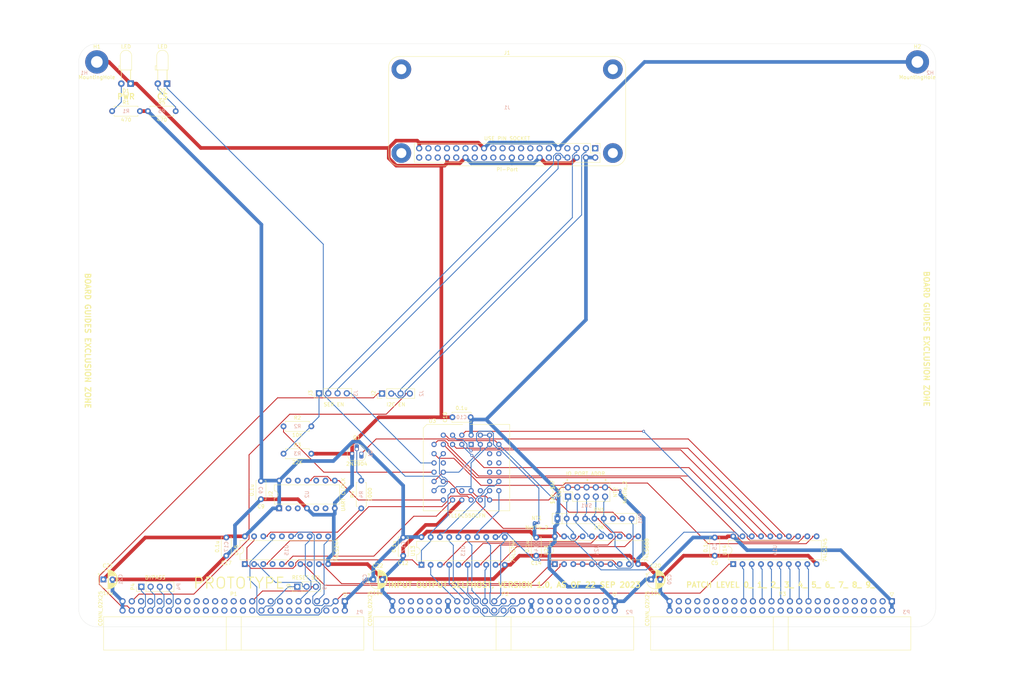
<source format=kicad_pcb>
(kicad_pcb (version 20211014) (generator pcbnew)
  (layers (0 "F.Cu" signal) (31 "B.Cu" signal) (34 "B.Paste" user) (35 "F.Paste" user) (36 "B.SilkS" user "B.Silkscreen") (37 "F.SilkS" user "F.Silkscreen") (38 "B.Mask" user) (39 "F.Mask" user) (44 "Edge.Cuts" user))
  (net 0 "")
  (net 1 "GND")
  (net 2 "VCC")
  (net 4 "I2C_SDA")
  (net 5 "I2C_SCL")
  (net 7 "Net-(RN1-Pad9)")
  (net 8 "Net-(RN1-Pad5)")
  (net 9 "Net-(RN1-Pad4)")
  (net 10 "Net-(RN1-Pad3)")
  (net 11 "Net-(RN1-Pad2)")
  (net 12 "Net-(D1-Pad2)")
  (net 13 "-12V")
  (net 14 "TX-3.3")
  (net 15 "RX-3.3")
  (net 23 "~{M1}")
  (net 24 "~{IORQ}")
  (net 25 "~{WR}")
  (net 26 "~{RD}")
  (net 27 "A0")
  (net 28 "A1")
  (net 29 "A2")
  (net 30 "A3")
  (net 31 "A4")
  (net 32 "A5")
  (net 33 "A6")
  (net 34 "A7")
  (net 35 "+12V")
  (net 36 "D0")
  (net 37 "D1")
  (net 38 "D2")
  (net 39 "D3")
  (net 40 "D4")
  (net 41 "D5")
  (net 42 "D6")
  (net 43 "D7")
  (net 44 "ONE")
  (net 45 "ZERO")
  (net 46 "bD6")
  (net 47 "bD5")
  (net 48 "bD4")
  (net 49 "bD3")
  (net 50 "bD2")
  (net 51 "bD1")
  (net 52 "bD0")
  (net 53 "~{bWR}")
  (net 54 "~{bRD}")
  (net 55 "bA0")
  (net 56 "bD7")
  (net 57 "~{bRESET}")
  (net 58 "~{bM1}")
  (net 59 "bA7")
  (net 60 "bA6")
  (net 61 "bA5")
  (net 62 "bA4")
  (net 63 "~{bIORQ}")
  (net 64 "bA1")
  (net 65 "bA2")
  (net 66 "bA3")
  (net 84 "/bus/~{INT0}")
  (net 85 "/bus/~{EIRQ7}")
  (net 86 "/bus/~{EIRQ6}")
  (net 87 "/bus/~{EIRQ5}")
  (net 88 "/bus/~{EIRQ4}")
  (net 89 "/bus/~{EIRQ3}")
  (net 90 "/bus/~{EIRQ2}")
  (net 91 "/bus/~{EIRQ1}")
  (net 92 "/bus/~{EIRQ0}")
  (net 93 "/bus/~{TEND1}")
  (net 94 "/bus/~{DREQ1}")
  (net 95 "/bus/~{TEND0}")
  (net 96 "/bus/~{DREQ0}")
  (net 97 "Net-(Q1-Pad2)")
  (net 102 "UART-CLK")
  (net 108 "Net-(U3-Pad10)")
  (net 110 "/UART/TX")
  (net 111 "~{CS-UART}")
  (net 123 "RESET")
  (net 124 "/bus/D15")
  (net 125 "/bus/D31")
  (net 126 "/bus/D14")
  (net 127 "/bus/D30")
  (net 128 "/bus/D13")
  (net 129 "/bus/D29")
  (net 130 "/bus/D12")
  (net 131 "/bus/D28")
  (net 132 "/bus/D11")
  (net 133 "/bus/D27")
  (net 134 "/bus/D10")
  (net 135 "/bus/D26")
  (net 136 "/bus/D9")
  (net 137 "/bus/D25")
  (net 138 "/bus/D8")
  (net 139 "/bus/D24")
  (net 140 "/bus/D23")
  (net 141 "/bus/D22")
  (net 142 "/bus/D21")
  (net 143 "/bus/D20")
  (net 144 "/bus/D19")
  (net 145 "/bus/D18")
  (net 146 "/bus/D17")
  (net 147 "/bus/D16")
  (net 148 "/bus/~{BUSERR}")
  (net 149 "/bus/UDS")
  (net 150 "/bus/~{VPA}")
  (net 151 "/bus/LDS")
  (net 152 "/bus/~{VMA}")
  (net 153 "/bus/S2")
  (net 154 "/bus/~{BHE}")
  (net 155 "/bus/S1")
  (net 156 "/bus/IPL2")
  (net 157 "/bus/S0")
  (net 158 "/bus/IPL1")
  (net 159 "/bus/AUXCLK3")
  (net 160 "/bus/IPL0")
  (net 161 "/bus/AUXCLK2")
  (net 162 "/bus/A15")
  (net 163 "/bus/A31")
  (net 164 "/bus/A14")
  (net 165 "/bus/A30")
  (net 166 "/bus/A13")
  (net 167 "/bus/A29")
  (net 168 "/bus/A12")
  (net 169 "/bus/A28")
  (net 170 "/bus/A11")
  (net 171 "/bus/A27")
  (net 172 "/bus/A10")
  (net 173 "/bus/A26")
  (net 174 "/bus/A9")
  (net 175 "/bus/A25")
  (net 176 "/bus/A8")
  (net 177 "/bus/A24")
  (net 178 "/bus/A23")
  (net 179 "/bus/A22")
  (net 180 "/bus/A21")
  (net 181 "/bus/A20")
  (net 182 "/bus/A19")
  (net 183 "/bus/A18")
  (net 184 "/bus/A17")
  (net 185 "/bus/A16")
  (net 186 "/bus/IC3")
  (net 187 "/bus/IC2")
  (net 188 "/bus/IC1")
  (net 189 "/bus/IC0")
  (net 190 "/bus/AUXCLK1")
  (net 191 "/bus/AUXCLK0")
  (net 192 "/bus/E")
  (net 193 "/bus/ST")
  (net 194 "/bus/PHI")
  (net 195 "/bus/~{MREQ}")
  (net 196 "/bus/~{INT2}")
  (net 197 "/bus/~{INT1}")
  (net 198 "/bus/~{BUSACK}")
  (net 199 "/bus/CRUCLK")
  (net 200 "/bus/CLK")
  (net 201 "/bus/CRUOUT")
  (net 202 "/bus/CRUIN")
  (net 203 "/bus/~{NMI}")
  (net 204 "~{RES_IN}")
  (net 205 "~{RES_OUT}")
  (net 206 "/bus/USER8")
  (net 207 "/bus/~{BUSRQ}")
  (net 208 "/bus/USER7")
  (net 209 "/bus/~{WAIT}")
  (net 210 "/bus/USER6")
  (net 211 "/bus/~{HALT}")
  (net 212 "/bus/USER5")
  (net 213 "/bus/~{RFSH}")
  (net 214 "/bus/USER4")
  (net 215 "/bus/USER3")
  (net 216 "/bus/USER2")
  (net 217 "/bus/USER1")
  (net 218 "/bus/USER0")
  (net 219 "~{BAI}")
  (net 220 "~{BAO}")
  (net 221 "~{IEI}")
  (net 222 "~{IEO}")
  (net 230 "Net-(J9-Pad2)")
  (net 231 "Net-(RN1-Pad6)")
  (net 232 "Net-(D2-Pad2)")
  (net 237 "Net-(J1-Pad3)")
  (net 238 "Net-(J1-Pad5)")
  (net 239 "Net-(J1-Pad8)")
  (net 240 "Net-(J1-Pad10)")
  (footprint "MountingHole:MountingHole_3.2mm_M3_Pad" (layer "F.Cu") (at 265 75)
    (fp_text reference "H2")
    (fp_text value "MountingHole")
  )
  (footprint "MountingHole:MountingHole_3.2mm_M3_Pad" (layer "F.Cu") (at 40 75)
    (fp_text reference "H1")
    (fp_text value "MountingHole")
  )
  (footprint "Connector_IDC:IDC-Header_2x25_P2.54mm_Horizontal" (layer "F.Cu") (at 182 223 -90)
    (fp_text reference "P2")
    (fp_text value "CONN_02X25")
  )
  (footprint "Connector_IDC:IDC-Header_2x25_P2.54mm_Horizontal" (layer "F.Cu") (at 258 223 -90)
    (fp_text reference "P3")
    (fp_text value "CONN_02X25")
  )
  (footprint "Connector_IDC:IDC-Header_2x25_P2.54mm_Horizontal" (layer "F.Cu") (at 108 223 -90)
    (fp_text reference "P1")
    (fp_text value "CONN_02X25")
  )
  (footprint "Pi-Port:Pi-Port" (layer "F.Cu") (at 152.5 100 180)
    (fp_text reference "J1")
    (fp_text value "Pi-Port")
  )
  (footprint "Resistor_THT:R_Axial_DIN0207_L6.3mm_D2.5mm_P7.62mm_Horizontal" (layer "F.Cu") (at 91.19 175)
    (fp_text reference "R2")
    (fp_text value "10K")
  )
  (footprint "Capacitor_THT:CP_Radial_D5.0mm_P2.50mm" (layer "F.Cu") (at 115.7949 217)
    (fp_text reference "C22")
    (fp_text value "10u")
  )
  (footprint "Capacitor_THT:C_Disc_D5.0mm_W2.5mm_P5.00mm" (layer "F.Cu") (at 142.5 172.5 180)
    (fp_text reference "C10")
    (fp_text value "0.1u")
  )
  (footprint "Connector_PinHeader_2.54mm:PinHeader_1x04_P2.54mm_Vertical" (layer "F.Cu") (at 118.2 166 90)
    (fp_text reference "J2")
    (fp_text value "I2C EN")
  )
  (footprint "LED_THT:LED_D3.0mm_Horizontal_O3.81mm_Z2.0mm" (layer "F.Cu") (at 49.25 80.95 180)
    (fp_text reference "D1")
    (fp_text value "LED")
  )
  (footprint "Capacitor_THT:C_Disc_D5.0mm_W2.5mm_P5.00mm" (layer "F.Cu") (at 160.5 205.5 -90)
    (fp_text reference "C14")
    (fp_text value "0.1u")
  )
  (footprint "Capacitor_THT:CP_Radial_D5.0mm_P2.50mm" (layer "F.Cu") (at 192 217)
    (fp_text reference "C20")
    (fp_text value "10u")
  )
  (footprint "Package_DIP:DIP-20_W7.62mm" (layer "F.Cu") (at 165.575 212.8 90)
    (fp_text reference "U21")
    (fp_text value "74LS688")
  )
  (footprint "Capacitor_THT:C_Disc_D5.0mm_W2.5mm_P5.00mm" (layer "F.Cu") (at 85 190 -90)
    (fp_text reference "C9")
    (fp_text value "0.1u")
  )
  (footprint "Connector_PinHeader_2.54mm:PinHeader_1x03_P2.54mm_Vertical" (layer "F.Cu") (at 94.975 219 90)
    (fp_text reference "J9")
    (fp_text value "RESET SEL")
  )
  (footprint "Resistor_THT:R_Axial_DIN0207_L6.3mm_D2.5mm_P7.62mm_Horizontal" (layer "F.Cu") (at 44.19 88.5)
    (fp_text reference "R1")
    (fp_text value "470")
  )
  (footprint "Package_DIP:DIP-20_W7.62mm" (layer "F.Cu") (at 214.5 212.8 90)
    (fp_text reference "U14")
    (fp_text value "74LS245")
  )
  (footprint "Resistor_THT:R_Axial_DIN0207_L6.3mm_D2.5mm_P7.62mm_Horizontal" (layer "F.Cu") (at 112.5 197.5 90)
    (fp_text reference "R4")
    (fp_text value "1000")
  )
  (footprint "Capacitor_THT:CP_Radial_D5.0mm_P2.50mm" (layer "F.Cu") (at 41.7949 217)
    (fp_text reference "C21")
    (fp_text value "10u")
  )
  (footprint "Resistor_THT:R_Axial_DIN0207_L6.3mm_D2.5mm_P7.62mm_Horizontal" (layer "F.Cu") (at 54 88.5)
    (fp_text reference "R5")
    (fp_text value "470")
  )
  (footprint "Capacitor_THT:C_Disc_D5.0mm_W2.5mm_P5.00mm" (layer "F.Cu") (at 124 205.5 -90)
    (fp_text reference "C12")
    (fp_text value "0.1u")
  )
  (footprint "NetTie:NetTie-2_THT_Pad0.3mm" (layer "F.Cu") (at 160 201.5)
    (fp_text reference "NT1")
    (fp_text value "NetTie_2")
  )
  (footprint "Connector_PinHeader_2.54mm:PinHeader_1x04_P2.54mm_Vertical" (layer "F.Cu") (at 52.2 219 90)
    (fp_text reference "P4")
    (fp_text value "BYPASS")
  )
  (footprint "Resistor_THT:R_Axial_DIN0207_L6.3mm_D2.5mm_P7.62mm_Horizontal" (layer "F.Cu") (at 91.19 182.5)
    (fp_text reference "R3")
    (fp_text value "22K")
  )
  (footprint "Connector_PinHeader_2.54mm:PinHeader_2x05_P2.54mm_Vertical" (layer "F.Cu") (at 169.2 194.275 90)
    (fp_text reference "SW1")
    (fp_text value "IO PORT ADDR")
  )
  (footprint "Capacitor_THT:C_Disc_D5.0mm_W2.5mm_P5.00mm" (layer "F.Cu") (at 75.5 205.5 -90)
    (fp_text reference "C17")
    (fp_text value "0.1u")
  )
  (footprint "NetTie:NetTie-2_THT_Pad0.3mm" (layer "F.Cu") (at 183.5 193.7 90)
    (fp_text reference "NT2")
    (fp_text value "NetTie_2")
  )
  (footprint "Package_DIP:DIP-14_W7.62mm" (layer "F.Cu") (at 90 197.5 90)
    (fp_text reference "U2")
    (fp_text value "UART CLOCK")
  )
  (footprint "Package_DIP:DIP-20_W7.62mm" (layer "F.Cu") (at 129 213 90)
    (fp_text reference "U13")
    (fp_text value "74LS244")
  )
  (footprint "Connector_PinHeader_2.54mm:PinHeader_1x04_P2.54mm_Vertical" (layer "F.Cu") (at 100.92 165.93 90)
    (fp_text reference "J3")
    (fp_text value "SER EN")
  )
  (footprint "Package_DIP:DIP-20_W7.62mm" (layer "F.Cu") (at 80.575 212.8 90)
    (fp_text reference "U15")
    (fp_text value "74LS244")
  )
  (footprint "Capacitor_THT:C_Disc_D5.0mm_W2.5mm_P5.00mm" (layer "F.Cu") (at 209.425 205.5 -90)
    (fp_text reference "C5")
    (fp_text value "0.1u")
  )
  (footprint "Package_LCC:PLCC-44_THT-Socket" (layer "F.Cu") (at 142.62 179.96)
    (fp_text reference "U3")
    (fp_text value "TL16C550CFN")
  )
  (footprint "Resistor_THT:R_Array_SIP9" (layer "F.Cu") (at 166.295 200.305)
    (fp_text reference "RN1")
    (fp_text value "10K")
  )
  (footprint "LED_THT:LED_D3.0mm_Horizontal_O3.81mm_Z2.0mm" (layer "F.Cu") (at 59.25 80.95 180)
    (fp_text reference "D2")
    (fp_text value "LED")
  )
  (footprint "Package_TO_SOT_THT:TO-92_HandSolder" (layer "F.Cu") (at 110 182.5)
    (fp_text reference "Q1")
    (fp_text value "2N3904")
  )
  (gr_line (start 35 75) (end 35 225) (layer "Edge.Cuts") (width 0.05))
  (gr_line (start 40 230) (end 265 230) (layer "Edge.Cuts") (width 0.05))
  (gr_line (start 270 225) (end 270 75) (layer "Edge.Cuts") (width 0.05))
  (gr_line (start 265 70) (end 40 70) (layer "Edge.Cuts") (width 0.05))
  (gr_arc (start 265 70) (mid 268.535534 71.464466) (end 270 75) (layer "Edge.Cuts") (width 0.05))
  (gr_arc (start 40 230) (mid 36.464466 228.535534) (end 35 225) (layer "Edge.Cuts") (width 0.05))
  (gr_arc (start 35 75) (mid 36.464466 71.464466) (end 40 70) (layer "Edge.Cuts") (width 0.05))
  (gr_arc (start 270 225) (mid 268.535534 228.535534) (end 265 230) (layer "Edge.Cuts") (width 0.05))
  (gr_text "BOARD GUIDES EXCLUSION ZONE" (at 267.5 151 270) (layer "F.SilkS") (effects (font (size 1.5 1.5) (thickness 0.3))))
  (gr_text "BOARD GUIDES EXCLUSION ZONE" (at 37.5 151.5 270) (layer "F.SilkS") (effects (font (size 1.5 1.5) (thickness 0.3))))
  (gr_text "CS" (at 58 84.5) (layer "F.SilkS") (effects (font (size 1.5 1.5) (thickness 0.3))))
  (gr_text "*" (at 169 190) (layer "F.SilkS") (effects (font (size 1 1))))
  (gr_text "INPUT OUTPUT SELFHOST, VERSION 1.0, AS OF 22 SEP 2023" (at 154.5 218.5) (layer "F.SilkS") (effects (font (size 1.5 1.5) (thickness 0.3))))
  (gr_text "*" (at 174.5 190) (layer "F.SilkS") (effects (font (size 1 1))))
  (gr_text "USE PIN SOCKET" (at 152.5 96) (layer "F.SilkS") (effects (font (size 1 1))))
  (gr_text "PROTOTYPE" (at 79 218) (layer "F.SilkS") (effects (font (size 3 3) (thickness 0.3))))
  (gr_text "PWR" (at 48 84.5) (layer "F.SilkS") (effects (font (size 1.5 1.5) (thickness 0.3))))
  (gr_text "$A8-$AF" (at 165 193 90) (layer "F.SilkS") (effects (font (size 1 1))))
  (gr_text "PATCH LEVEL 0_ 1_ 2_ 3_ 4_ 5_ 6_ 7_ 8_ 9_" (at 227.5 218.5) (layer "F.SilkS") (effects (font (size 1.5 1.5) (thickness 0.3))))
  (gr_text "*" (at 179.5 190) (layer "F.SilkS") (effects (font (size 1 1))))
  (segment (start 188.435 212.8) (end 189.6352 212.8) (width 1) (layer "F.Cu") (net 1))
  (segment (start 124 208.2276) (end 130.1848 202.0428) (width 1) (layer "F.Cu") (net 1))
  (segment (start 98.81 182.5) (end 100.3103 182.5) (width 1) (layer "F.Cu") (net 1))
  (segment (start 114.1949 212.8) (end 118.2949 216.9) (width 1) (layer "F.Cu") (net 1))
  (segment (start 130.1848 202.0428) (end 133.2372 202.0428) (width 1) (layer "F.Cu") (net 1))
  (segment (start 146.17 98.7) (end 144.6197 97.1497) (width 1) (layer "F.Cu") (net 1))
  (segment (start 110 182.5) (end 100.3103 182.5) (width 1) (layer "F.Cu") (net 1))
  (segment (start 124 210.5) (end 124 208.2276) (width 1) (layer "F.Cu") (net 1))
  (segment (start 44.2949 217) (end 69 217) (width 1) (layer "F.Cu") (net 1))
  (segment (start 134.4706 172.5) (end 134.4706 103.4607) (width 1) (layer "F.Cu") (net 1))
  (segment (start 127.8376 96.5973) (end 128.39 97.1497) (width 1) (layer "F.Cu") (net 1))
  (segment (start 49.25 80.95) (end 50.8503 80.95) (width 1) (layer "F.Cu") (net 1))
  (segment (start 103.435 212.8) (end 114.1949 212.8) (width 1) (layer "F.Cu") (net 1))
  (segment (start 200.9 210.5) (end 209.425 210.5) (width 1) (layer "F.Cu") (net 1))
  (segment (start 128.39 98.7) (end 128.39 97.1497) (width 1) (layer "F.Cu") (net 1))
  (segment (start 69 217) (end 75.5 210.5) (width 1) (layer "F.Cu") (net 1))
  (segment (start 194.5 216.9) (end 200.9 210.5) (width 1) (layer "F.Cu") (net 1))
  (segment (start 152.6102 213) (end 148.7102 216.9) (width 1) (layer "F.Cu") (net 1))
  (segment (start 134.4706 172.5) (end 117.3184 172.5) (width 1) (layer "F.Cu") (net 1))
  (segment (start 136.01 102.7903) (end 135.3396 103.4607) (width 1) (layer "F.Cu") (net 1))
  (segment (start 160.5 210.5) (end 155.8603 210.5) (width 1) (layer "F.Cu") (net 1))
  (segment (start 43.3 75) (end 49.25 80.95) (width 1) (layer "F.Cu") (net 1))
  (segment (start 68.5003 98.6) (end 120.0453 98.6) (width 1) (layer "F.Cu") (net 1))
  (segment (start 144.6197 97.1497) (end 128.39 97.1497) (width 1) (layer "F.Cu") (net 1))
  (segment (start 122.048 96.5973) (end 127.8376 96.5973) (width 1) (layer "F.Cu") (net 1))
  (segment (start 50.8503 80.95) (end 68.5003 98.6) (width 1) (layer "F.Cu") (net 1))
  (segment (start 148.7102 216.9) (end 118.2949 216.9) (width 1) (layer "F.Cu") (net 1))
  (segment (start 194.5 216.9) (end 194.5 217) (width 1) (layer "F.Cu") (net 1))
  (segment (start 189.6352 212.8) (end 190.4 212.8) (width 1) (layer "F.Cu") (net 1))
  (segment (start 190.4 212.8) (end 194.5 216.9) (width 1) (layer "F.Cu") (net 1))
  (segment (start 134.4706 103.4607) (end 122.0943 103.4607) (width 1) (layer "F.Cu") (net 1))
  (segment (start 161.41 101.24) (end 162.9616 102.7916) (width 1) (layer "F.Cu") (net 1))
  (segment (start 152.6102 213) (end 153.3603 213) (width 1) (layer "F.Cu") (net 1))
  (segment (start 209.425 210.5) (end 235.06 210.5) (width 1) (layer "F.Cu") (net 1))
  (segment (start 141.09 101.24) (end 139.5397 102.7903) (width 1) (layer "F.Cu") (net 1))
  (segment (start 120.0453 98.6) (end 122.048 96.5973) (width 1) (layer "F.Cu") (net 1))
  (segment (start 136.01 101.24) (end 136.01 102.7903) (width 1) (layer "F.Cu") (net 1))
  (segment (start 151.86 213) (end 152.6102 213) (width 1) (layer "F.Cu") (net 1))
  (segment (start 97.62 197.5) (end 95.12 195) (width 1) (layer "F.Cu") (net 1))
  (segment (start 135.3396 103.4607) (end 134.4706 103.4607) (width 1) (layer "F.Cu") (net 1))
  (segment (start 133.2372 202.0428) (end 140.08 195.2) (width 1) (layer "F.Cu") (net 1))
  (segment (start 110 179.8184) (end 110 182.5) (width 1) (layer "F.Cu") (net 1))
  (segment (start 162.9616 102.7916) (end 170.0184 102.7916) (width 1) (layer "F.Cu") (net 1))
  (segment (start 139.5397 102.7903) (end 136.01 102.7903) (width 1) (layer "F.Cu") (net 1))
  (segment (start 118.2949 216.9) (end 118.2949 217) (width 1) (layer "F.Cu") (net 1))
  (segment (start 155.8603 210.5) (end 153.3603 213) (width 1) (layer "F.Cu") (net 1))
  (segment (start 235.06 210.5) (end 237.36 212.8) (width 1) (layer "F.Cu") (net 1))
  (segment (start 40 75) (end 43.3 75) (width 1) (layer "F.Cu") (net 1))
  (segment (start 137.5 172.5) (end 134.4706 172.5) (width 1) (layer "F.Cu") (net 1))
  (segment (start 117.3184 172.5) (end 110 179.8184) (width 1) (layer "F.Cu") (net 1))
  (segment (start 122.0943 103.4607) (end 120.0453 101.4117) (width 1) (layer "F.Cu") (net 1))
  (segment (start 95.12 195) (end 85 195) (width 1) (layer "F.Cu") (net 1))
  (segment (start 120.0453 101.4117) (end 120.0453 98.6) (width 1) (layer "F.Cu") (net 1))
  (segment (start 188.435 212.8) (end 186.135 210.5) (width 1) (layer "F.Cu") (net 1))
  (segment (start 170.0184 102.7916) (end 171.57 101.24) (width 1) (layer "F.Cu") (net 1))
  (segment (start 186.135 210.5) (end 160.5 210.5) (width 1) (layer "F.Cu") (net 1))
  (segment (start 97.62 197.5) (end 99.3673 199.2473) (width 1) (layer "B.Cu") (net 1))
  (segment (start 146.17 98.7) (end 147.7267 97.1433) (width 1) (layer "B.Cu") (net 1))
  (segment (start 188.435 212.8) (end 188.435 211.2997) (width 1) (layer "B.Cu") (net 1))
  (segment (start 105.24 199.0003) (end 105.205 199.0003) (width 1) (layer "B.Cu") (net 1))
  (segment (start 105.24 197.5) (end 105.24 195.9997) (width 1) (layer "B.Cu") (net 1))
  (segment (start 164.9333 97.1433) (end 166.49 98.7) (width 1) (layer "B.Cu") (net 1))
  (segment (start 147.7267 97.1433) (end 164.9333 97.1433) (width 1) (layer "B.Cu") (net 1))
  (segment (start 189.9365 209.7982) (end 189.9365 200.1365) (width 1) (layer "B.Cu") (net 1))
  (segment (start 142.6403 102.7903) (end 141.09 101.24) (width 1) (layer "B.Cu") (net 1))
  (segment (start 110 182.5) (end 110 191.2397) (width 1) (layer "B.Cu") (net 1))
  (segment (start 105.24 197.5) (end 105.24 199.0003) (width 1) (layer "B.Cu") (net 1))
  (segment (start 159.8597 102.7903) (end 153.79 102.7903) (width 1) (layer "B.Cu") (net 1))
  (segment (start 99.3673 199.2473) (end 104.958 199.2473) (width 1) (layer "B.Cu") (net 1))
  (segment (start 44.2949 217) (end 44.2949 220.2549) (width 1) (layer "B.Cu") (net 1))
  (segment (start 118.2949 217) (end 124 211.2949) (width 1) (layer "B.Cu") (net 1))
  (segment (start 194.5 217) (end 194.5 220.46) (width 1) (layer "B.Cu") (net 1))
  (segment (start 190.19 75) (end 265 75) (width 1) (layer "B.Cu") (net 1))
  (segment (start 47.04 225.54) (end 47.04 223) (width 1) (layer "B.Cu") (net 1))
  (segment (start 153.79 102.7903) (end 142.6403 102.7903) (width 1) (layer "B.Cu") (net 1))
  (segment (start 161.41 101.24) (end 159.8597 102.7903) (width 1) (layer "B.Cu") (net 1))
  (segment (start 75.5 210.5) (end 77.8776 208.1224) (width 1) (layer "B.Cu") (net 1))
  (segment (start 118.2949 217) (end 118.2949 220.2549) (width 1) (layer "B.Cu") (net 1))
  (segment (start 105.205 199.0003) (end 104.958 199.2473) (width 1) (layer "B.Cu") (net 1))
  (segment (start 194.5 220.46) (end 197.04 223) (width 1) (layer "B.Cu") (net 1))
  (segment (start 188.435 211.2997) (end 189.9365 209.7982) (width 1) (layer "B.Cu") (net 1))
  (segment (start 153.79 101.24) (end 153.79 102.7903) (width 1) (layer "B.Cu") (net 1))
  (segment (start 77.8776 208.1224) (end 77.8776 202.1224) (width 1) (layer "B.Cu") (net 1))
  (segment (start 110 191.2397) (end 105.24 195.9997) (width 1) (layer "B.Cu") (net 1))
  (segment (start 121.04 225.54) (end 121.04 223) (width 1) (layer "B.Cu") (net 1))
  (segment (start 166.49 98.7) (end 190.19 75) (width 1) (layer "B.Cu") (net 1))
  (segment (start 103.435 212.8) (end 103.435 211.2997) (width 1) (layer "B.Cu") (net 1))
  (segment (start 44.2949 220.2549) (end 47.04 223) (width 1) (layer "B.Cu") (net 1))
  (segment (start 189.9365 200.1365) (end 183.5 193.7) (width 1) (layer "B.Cu") (net 1))
  (segment (start 77.8776 202.1224) (end 85 195) (width 1) (layer "B.Cu") (net 1))
  (segment (start 118.2949 220.2549) (end 121.04 223) (width 1) (layer "B.Cu") (net 1))
  (segment (start 104.958 209.7767) (end 103.435 211.2997) (width 1) (layer "B.Cu") (net 1))
  (segment (start 104.958 199.2473) (end 104.958 209.7767) (width 1) (layer "B.Cu") (net 1))
  (segment (start 124 211.2949) (end 124 210.5) (width 1) (layer "B.Cu") (net 1))
  (segment (start 197.04 225.54) (end 197.04 223) (width 1) (layer "B.Cu") (net 1))
  (segment (start 214.5 205.18) (end 212.9997 205.18) (width 1) (layer "F.Cu") (net 2))
  (segment (start 212.6797 205.5) (end 212.9997 205.18) (width 1) (layer "F.Cu") (net 2))
  (segment (start 160.82 205.18) (end 160.5 205.5) (width 1) (layer "F.Cu") (net 2))
  (segment (start 165.575 205.18) (end 160.82 205.18) (width 1) (layer "F.Cu") (net 2))
  (segment (start 209.425 205.5) (end 212.6797 205.5) (width 1) (layer "F.Cu") (net 2))
  (segment (start 158.8796 203.8796) (end 130.5004 203.8796) (width 1) (layer "F.Cu") (net 2))
  (segment (start 41.7949 217) (end 53.2949 205.5) (width 1) (layer "F.Cu") (net 2))
  (segment (start 54 88.5) (end 51.81 88.5) (width 1) (layer "F.Cu") (net 2))
  (segment (start 160.5 205.5) (end 158.8796 203.8796) (width 1) (layer "F.Cu") (net 2))
  (segment (start 130.5004 203.8796) (end 129 205.38) (width 1) (layer "F.Cu") (net 2))
  (segment (start 80.575 205.18) (end 75.82 205.18) (width 1) (layer "F.Cu") (net 2))
  (segment (start 75.82 205.18) (end 75.5 205.5) (width 1) (layer "F.Cu") (net 2))
  (segment (start 53.2949 205.5) (end 75.5 205.5) (width 1) (layer "F.Cu") (net 2))
  (segment (start 146.7456 173.1281) (end 174.11 145.7637) (width 1) (layer "B.Cu") (net 2))
  (segment (start 165.575 202.5253) (end 165.575 205.18) (width 1) (layer "B.Cu") (net 2))
  (segment (start 85.12 189.88) (end 85 190) (width 1) (layer "B.Cu") (net 2))
  (segment (start 124.12 205.38) (end 124 205.5) (width 1) (layer "B.Cu") (net 2))
  (segment (start 174.11 101.24) (end 175.0997 101.24) (width 1) (layer "B.Cu") (net 2))
  (segment (start 182 225.54) (end 182 223) (width 1) (layer "B.Cu") (net 2))
  (segment (start 104.8511 184.5147) (end 95.3653 184.5147) (width 1) (layer "B.Cu") (net 2))
  (segment (start 192 217) (end 190.4997 217) (width 1) (layer "B.Cu") (net 2))
  (segment (start 218.31 208.99) (end 243.99 208.99) (width 1) (layer "B.Cu") (net 2))
  (segment (start 111.9745 179.228) (end 110.1378 179.228) (width 1) (layer "B.Cu") (net 2))
  (segment (start 115.7949 213.7051) (end 115.7949 217) (width 1) (layer "B.Cu") (net 2))
  (segment (start 90 197.5) (end 90 191.3803) (width 1) (layer "B.Cu") (net 2))
  (segment (start 80.575 205.18) (end 88.255 197.5) (width 1) (layer "B.Cu") (net 2))
  (segment (start 169.129 218.9976) (end 177.9976 218.9976) (width 1) (layer "B.Cu") (net 2))
  (segment (start 129 205.38) (end 124.12 205.38) (width 1) (layer "B.Cu") (net 2))
  (segment (start 143.1281 173.1281) (end 142.5 172.5) (width 1) (layer "B.Cu") (net 2))
  (segment (start 177.9976 218.9976) (end 182 223) (width 1) (layer "B.Cu") (net 2))
  (segment (start 124 191.2535) (end 111.9745 179.228) (width 1) (layer "B.Cu") (net 2))
  (segment (start 88.255 197.5) (end 90 197.5) (width 1) (layer "B.Cu") (net 2))
  (segment (start 176.65 101.24) (end 175.0997 101.24) (width 1) (layer "B.Cu") (net 2))
  (segment (start 85.12 119.62) (end 54 88.5) (width 1) (layer "B.Cu") (net 2))
  (segment (start 85.12 189.88) (end 85.12 119.62) (width 1) (layer "B.Cu") (net 2))
  (segment (start 243.99 208.99) (end 258 223) (width 1) (layer "B.Cu") (net 2))
  (segment (start 209.425 205.5) (end 203.5 205.5) (width 1) (layer "B.Cu") (net 2))
  (segment (start 108 223) (end 108 225.54) (width 1) (layer "B.Cu") (net 2))
  (segment (start 165.575 205.18) (end 165.575 206.6803) (width 1) (layer "B.Cu") (net 2))
  (segment (start 160 201.5) (end 160 205) (width 1) (layer "B.Cu") (net 2))
  (segment (start 166.295 201.8053) (end 165.575 202.5253) (width 1) (layer "B.Cu") (net 2))
  (segment (start 142.62 177.42) (end 142.62 173.6362) (width 1) (layer "B.Cu") (net 2))
  (segment (start 95.3653 184.5147) (end 90 189.88) (width 1) (layer "B.Cu") (net 2))
  (segment (start 160 205) (end 160.5 205.5) (width 1) (layer "B.Cu") (net 2))
  (segment (start 124 205.5) (end 115.7949 213.7051) (width 1) (layer "B.Cu") (net 2))
  (segment (start 166.5983 198.5014) (end 166.5983 192.9808) (width 1) (layer "B.Cu") (net 2))
  (segment (start 146.7456 173.1281) (end 143.1281 173.1281) (width 1) (layer "B.Cu") (net 2))
  (segment (start 164.0746 213.9432) (end 169.129 218.9976) (width 1) (layer "B.Cu") (net 2))
  (segment (start 214.5 205.18) (end 218.31 208.99) (width 1) (layer "B.Cu") (net 2))
  (segment (start 166.5983 192.9808) (end 146.7456 173.1281) (width 1) (layer "B.Cu") (net 2))
  (segment (start 166.295 200.305) (end 166.295 198.8047) (width 1) (layer "B.Cu") (net 2))
  (segment (start 190.4997 217) (end 184.4997 223) (width 1) (layer "B.Cu") (net 2))
  (segment (start 165.575 206.6803) (end 164.0746 208.1807) (width 1) (layer "B.Cu") (net 2))
  (segment (start 110.1378 179.228) (end 104.8511 184.5147) (width 1) (layer "B.Cu") (net 2))
  (segment (start 164.0746 208.1807) (end 164.0746 213.9432) (width 1) (layer "B.Cu") (net 2))
  (segment (start 166.295 198.8047) (end 166.5983 198.5014) (width 1) (layer "B.Cu") (net 2))
  (segment (start 124 205.5) (end 124 191.2535) (width 1) (layer "B.Cu") (net 2))
  (segment (start 203.5 205.5) (end 192 217) (width 1) (layer "B.Cu") (net 2))
  (segment (start 90 189.88) (end 85.12 189.88) (width 1) (layer "B.Cu") (net 2))
  (segment (start 114 217) (end 108 223) (width 1) (layer "B.Cu") (net 2))
  (segment (start 115.7949 217) (end 114 217) (width 1) (layer "B.Cu") (net 2))
  (segment (start 90 189.88) (end 90 191.3803) (width 1) (layer "B.Cu") (net 2))
  (segment (start 142.62 173.6362) (end 143.1281 173.1281) (width 1) (layer "B.Cu") (net 2))
  (segment (start 184.4997 223) (end 182 223) (width 1) (layer "B.Cu") (net 2))
  (segment (start 174.11 145.7637) (end 174.11 101.24) (width 1) (layer "B.Cu") (net 2))
  (segment (start 258 225.54) (end 258 223) (width 1) (layer "B.Cu") (net 2))
  (segment (start 166.295 200.305) (end 166.295 201.8053) (width 1) (layer "B.Cu") (net 2))
  (segment (start 40.6695 216.0532) (end 89.5474 167.1753) (width 0.25) (layer "F.Cu") (net 4))
  (segment (start 49.58 225.54) (end 48.31 224.27) (width 0.25) (layer "F.Cu") (net 4))
  (segment (start 115.8494 167.1753) (end 117.0247 166) (width 0.25) (layer "F.Cu") (net 4))
  (segment (start 89.5474 167.1753) (end 115.8494 167.1753) (width 0.25) (layer "F.Cu") (net 4))
  (segment (start 118.2 166) (end 117.0247 166) (width 0.25) (layer "F.Cu") (net 4))
  (segment (start 46.6004 224.27) (end 40.6695 218.3391) (width 0.25) (layer "F.Cu") (net 4))
  (segment (start 40.6695 218.3391) (end 40.6695 216.0532) (width 0.25) (layer "F.Cu") (net 4))
  (segment (start 48.31 224.27) (end 46.6004 224.27) (width 0.25) (layer "F.Cu") (net 4))
  (segment (start 125.82 166) (end 124.6447 166) (width 0.25) (layer "F.Cu") (net 5))
  (segment (start 92.8751 171.6746) (end 119.3374 171.6746) (width 0.25) (layer "F.Cu") (net 5))
  (segment (start 119.3374 171.6746) (end 124.6447 166.3673) (width 0.25) (layer "F.Cu") (net 5))
  (segment (start 124.6447 166.3673) (end 124.6447 166) (width 0.25) (layer "F.Cu") (net 5))
  (segment (start 49.58 223) (end 51.54 221.04) (width 0.25) (layer "F.Cu") (net 5))
  (segment (start 51.54 221.04) (end 66.5871 221.04) (width 0.25) (layer "F.Cu") (net 5))
  (segment (start 81.7364 182.8133) (end 92.8751 171.6746) (width 0.25) (layer "F.Cu") (net 5))
  (segment (start 81.7364 205.8907) (end 81.7364 182.8133) (width 0.25) (layer "F.Cu") (net 5))
  (segment (start 66.5871 221.04) (end 81.7364 205.8907) (width 0.25) (layer "F.Cu") (net 5))
  (segment (start 180.815 212.8) (end 178.275 212.8) (width 0.25) (layer "F.Cu") (net 7))
  (segment (start 178.275 212.8) (end 175.735 212.8) (width 0.25) (layer "F.Cu") (net 7))
  (segment (start 173.195 212.8) (end 170.655 212.8) (width 0.25) (layer "F.Cu") (net 7))
  (segment (start 175.735 212.8) (end 173.195 212.8) (width 0.25) (layer "F.Cu") (net 7))
  (segment (start 180.815 212.8) (end 181.9403 212.8) (width 0.25) (layer "B.Cu") (net 7))
  (segment (start 186.3966 213.9253) (end 182.7842 213.9253) (width 0.25) (layer "B.Cu") (net 7))
  (segment (start 187.0275 201.8428) (end 187.0275 213.2944) (width 0.25) (layer "B.Cu") (net 7))
  (segment (start 187.0275 213.2944) (end 186.3966 213.9253) (width 0.25) (layer "B.Cu") (net 7))
  (segment (start 182.7842 213.9253) (end 181.9403 213.0814) (width 0.25) (layer "B.Cu") (net 7))
  (segment (start 186.615 201.4303) (end 187.0275 201.8428) (width 0.25) (layer "B.Cu") (net 7))
  (segment (start 181.9403 213.0814) (end 181.9403 212.8) (width 0.25) (layer "B.Cu") (net 7))
  (segment (start 186.615 200.305) (end 186.615 201.4303) (width 0.25) (layer "B.Cu") (net 7))
  (segment (start 183.9258 204.0547) (end 184.7697 204.8986) (width 0.25) (layer "F.Cu") (net 8))
  (segment (start 184.7697 204.8986) (end 184.7697 205.18) (width 0.25) (layer "F.Cu") (net 8))
  (segment (start 177.5803 200.305) (end 177.5803 200.5863) (width 0.25) (layer "F.Cu") (net 8))
  (segment (start 181.0487 204.0547) (end 183.9258 204.0547) (width 0.25) (layer "F.Cu") (net 8))
  (segment (start 185.895 205.18) (end 184.7697 205.18) (width 0.25) (layer "F.Cu") (net 8))
  (segment (start 176.455 200.305) (end 177.5803 200.305) (width 0.25) (layer "F.Cu") (net 8))
  (segment (start 177.5803 200.5863) (end 181.0487 204.0547) (width 0.25) (layer "F.Cu") (net 8))
  (segment (start 176.82 198.8147) (end 176.82 194.275) (width 0.25) (layer "B.Cu") (net 8))
  (segment (start 176.455 199.1797) (end 176.82 198.8147) (width 0.25) (layer "B.Cu") (net 8))
  (segment (start 176.455 200.305) (end 176.455 199.1797) (width 0.25) (layer "B.Cu") (net 8))
  (segment (start 173.915 199.7423) (end 173.915 200.305) (width 0.25) (layer "B.Cu") (net 9))
  (segment (start 173.915 200.305) (end 175.0403 200.305) (width 0.25) (layer "B.Cu") (net 9))
  (segment (start 179.6897 204.8986) (end 179.6897 205.18) (width 0.25) (layer "B.Cu") (net 9))
  (segment (start 178.5086 204.0547) (end 178.8458 204.0547) (width 0.25) (layer "B.Cu") (net 9))
  (segment (start 178.8458 204.0547) (end 179.6897 204.8986) (width 0.25) (layer "B.Cu") (net 9))
  (segment (start 174.28 198.8147) (end 174.28 194.275) (width 0.25) (layer "B.Cu") (net 9))
  (segment (start 180.815 205.18) (end 179.6897 205.18) (width 0.25) (layer "B.Cu") (net 9))
  (segment (start 173.915 199.7423) (end 173.915 199.1797) (width 0.25) (layer "B.Cu") (net 9))
  (segment (start 173.915 199.1797) (end 174.28 198.8147) (width 0.25) (layer "B.Cu") (net 9))
  (segment (start 175.0403 200.305) (end 175.0403 200.5864) (width 0.25) (layer "B.Cu") (net 9))
  (segment (start 175.0403 200.5864) (end 178.5086 204.0547) (width 0.25) (layer "B.Cu") (net 9))
  (segment (start 174.6097 204.665) (end 174.6097 205.18) (width 0.25) (layer "B.Cu") (net 10))
  (segment (start 171.375 199.7423) (end 171.375 200.305) (width 0.25) (layer "B.Cu") (net 10))
  (segment (start 171.375 200.305) (end 171.375 201.4303) (width 0.25) (layer "B.Cu") (net 10))
  (segment (start 171.375 201.4303) (end 174.6097 204.665) (width 0.25) (layer "B.Cu") (net 10))
  (segment (start 171.74 198.8147) (end 171.74 194.275) (width 0.25) (layer "B.Cu") (net 10))
  (segment (start 171.375 199.7423) (end 171.375 199.1797) (width 0.25) (layer "B.Cu") (net 10))
  (segment (start 171.375 199.1797) (end 171.74 198.8147) (width 0.25) (layer "B.Cu") (net 10))
  (segment (start 175.735 205.18) (end 174.6097 205.18) (width 0.25) (layer "B.Cu") (net 10))
  (segment (start 169.2 194.275) (end 169.2 195.4503) (width 0.25) (layer "B.Cu") (net 11))
  (segment (start 168.835 202.2347) (end 168.835 200.305) (width 0.25) (layer "B.Cu") (net 11))
  (segment (start 168.835 200.305) (end 168.835 195.8153) (width 0.25) (layer "B.Cu") (net 11))
  (segment (start 170.655 204.0547) (end 168.835 202.2347) (width 0.25) (layer "B.Cu") (net 11))
  (segment (start 170.655 205.18) (end 170.655 204.0547) (width 0.25) (layer "B.Cu") (net 11))
  (segment (start 168.835 195.8153) (end 169.2 195.4503) (width 0.25) (layer "B.Cu") (net 11))
  (segment (start 46.71 85.98) (end 46.71 80.95) (width 0.25) (layer "B.Cu") (net 12))
  (segment (start 44.19 88.5) (end 46.71 85.98) (width 0.25) (layer "B.Cu") (net 12))
  (segment (start 136.28 225.54) (end 136.28 223) (width 1) (layer "B.Cu") (net 13))
  (segment (start 98.2474 175) (end 100.92 172.3274) (width 0.25) (layer "B.Cu") (net 14))
  (segment (start 98.2474 175.4426) (end 98.2474 175) (width 0.25) (layer "B.Cu") (net 14))
  (segment (start 91.19 182.5) (end 98.2474 175.4426) (width 0.25) (layer "B.Cu") (net 14))
  (segment (start 100.92 172.3274) (end 100.92 165.93) (width 0.25) (layer "B.Cu") (net 14))
  (segment (start 98.81 175) (end 98.2474 175) (width 0.25) (layer "B.Cu") (net 14))
  (segment (start 108.54 165.93) (end 109.7153 165.93) (width 0.25) (layer "B.Cu") (net 15))
  (segment (start 128.8253 185.04) (end 109.7153 165.93) (width 0.25) (layer "B.Cu") (net 15))
  (segment (start 132.46 185.04) (end 128.8253 185.04) (width 0.25) (layer "B.Cu") (net 15))
  (segment (start 98.7 217.4697) (end 98.7 219.6) (width 0.25) (layer "B.Cu") (net 23))
  (segment (start 98.355 205.18) (end 98.355 206.3053) (width 0.25) (layer "B.Cu") (net 23))
  (segment (start 98.7 219.6) (end 95.3 223) (width 0.25) (layer "B.Cu") (net 23))
  (segment (start 98.355 206.3053) (end 97.1644 207.4959) (width 0.25) (layer "B.Cu") (net 23))
  (segment (start 97.1644 207.4959) (end 97.1644 215.9341) (width 0.25) (layer "B.Cu") (net 23))
  (segment (start 97.1644 215.9341) (end 98.7 217.4697) (width 0.25) (layer "B.Cu") (net 23))
  (segment (start 103.435 205.18) (end 103.435 206.3053) (width 0.25) (layer "B.Cu") (net 24))
  (segment (start 102.3097 221.0703) (end 100.38 223) (width 0.25) (layer "B.Cu") (net 24))
  (segment (start 102.3097 207.4306) (end 102.3097 221.0703) (width 0.25) (layer "B.Cu") (net 24))
  (segment (start 103.435 206.3053) (end 102.3097 207.4306) (width 0.25) (layer "B.Cu") (net 24))
  (segment (start 98.8222 204.0458) (end 99.625 204.8486) (width 0.25) (layer "B.Cu") (net 25))
  (segment (start 101.282 219.5789) (end 99.2046 221.6563) (width 0.25) (layer "B.Cu") (net 25))
  (segment (start 94.4003 205.18) (end 94.4003 204.8987) (width 0.25) (layer "B.Cu") (net 25))
  (segment (start 99.625 204.8486) (end 99.625 216.7521) (width 0.25) (layer "B.Cu") (net 25))
  (segment (start 99.2046 221.6563) (end 99.2046 223.5256) (width 0.25) (layer "B.Cu") (net 25))
  (segment (start 101.7431 224.1769) (end 102.92 223) (width 0.25) (layer "B.Cu") (net 25))
  (segment (start 94.4003 204.8987) (end 95.2532 204.0458) (width 0.25) (layer "B.Cu") (net 25))
  (segment (start 99.8559 224.1769) (end 101.7431 224.1769) (width 0.25) (layer "B.Cu") (net 25))
  (segment (start 93.275 205.18) (end 94.4003 205.18) (width 0.25) (layer "B.Cu") (net 25))
  (segment (start 101.282 218.4091) (end 101.282 219.5789) (width 0.25) (layer "B.Cu") (net 25))
  (segment (start 99.2046 223.5256) (end 99.8559 224.1769) (width 0.25) (layer "B.Cu") (net 25))
  (segment (start 95.2532 204.0458) (end 98.8222 204.0458) (width 0.25) (layer "B.Cu") (net 25))
  (segment (start 99.625 216.7521) (end 101.282 218.4091) (width 0.25) (layer "B.Cu") (net 25))
  (segment (start 213.3747 212.8) (end 205.4053 220.7694) (width 0.25) (layer "F.Cu") (net 26))
  (segment (start 214.5 212.8) (end 213.3747 212.8) (width 0.25) (layer "F.Cu") (net 26))
  (segment (start 107.6906 220.7694) (end 105.46 223) (width 0.25) (layer "F.Cu") (net 26))
  (segment (start 205.4053 220.7694) (end 107.6906 220.7694) (width 0.25) (layer "F.Cu") (net 26))
  (segment (start 101.65 225.1436) (end 102.5236 224.27) (width 0.25) (layer "B.Cu") (net 26))
  (segment (start 88.195 205.18) (end 88.195 206.3053) (width 0.25) (layer "B.Cu") (net 26))
  (segment (start 88.195 206.3053) (end 87.9137 206.3053) (width 0.25) (layer "B.Cu") (net 26))
  (segment (start 100.8216 226.7623) (end 101.65 225.9339) (width 0.25) (layer "B.Cu") (net 26))
  (segment (start 83.87 226.001) (end 84.6313 226.7623) (width 0.25) (layer "B.Cu") (net 26))
  (segment (start 87.9137 206.3053) (end 81.9834 212.2356) (width 0.25) (layer "B.Cu") (net 26))
  (segment (start 101.65 225.9339) (end 101.65 225.1436) (width 0.25) (layer "B.Cu") (net 26))
  (segment (start 102.5236 224.27) (end 104.19 224.27) (width 0.25) (layer "B.Cu") (net 26))
  (segment (start 81.9834 217.2082) (end 83.87 219.0948) (width 0.25) (layer "B.Cu") (net 26))
  (segment (start 84.6313 226.7623) (end 100.8216 226.7623) (width 0.25) (layer "B.Cu") (net 26))
  (segment (start 83.87 219.0948) (end 83.87 226.001) (width 0.25) (layer "B.Cu") (net 26))
  (segment (start 104.19 224.27) (end 105.46 223) (width 0.25) (layer "B.Cu") (net 26))
  (segment (start 81.9834 212.2356) (end 81.9834 217.2082) (width 0.25) (layer "B.Cu") (net 26))
  (segment (start 131.54 215.72) (end 138.82 223) (width 0.25) (layer "B.Cu") (net 27))
  (segment (start 131.54 213) (end 131.54 215.72) (width 0.25) (layer "B.Cu") (net 27))
  (segment (start 136.62 218.26) (end 136.62 213) (width 0.25) (layer "B.Cu") (net 28))
  (segment (start 141.36 223) (end 136.62 218.26) (width 0.25) (layer "B.Cu") (net 28))
  (segment (start 143.9 223) (end 141.7 220.8) (width 0.25) (layer "B.Cu") (net 29))
  (segment (start 141.7 220.8) (end 141.7 213) (width 0.25) (layer "B.Cu") (net 29))
  (segment (start 146.44 214.4653) (end 146.44 223) (width 0.25) (layer "B.Cu") (net 30))
  (segment (start 146.78 214.1253) (end 146.44 214.4653) (width 0.25) (layer "B.Cu") (net 30))
  (segment (start 146.78 213) (end 146.78 214.1253) (width 0.25) (layer "B.Cu") (net 30))
  (segment (start 150.7347 221.2453) (end 148.98 223) (width 0.25) (layer "B.Cu") (net 31))
  (segment (start 151.86 205.38) (end 151.86 206.5053) (width 0.25) (layer "B.Cu") (net 31))
  (segment (start 150.7347 207.6306) (end 150.7347 221.2453) (width 0.25) (layer "B.Cu") (net 31))
  (segment (start 151.86 206.5053) (end 150.7347 207.6306) (width 0.25) (layer "B.Cu") (net 31))
  (segment (start 146.78 206.5053) (end 147.965 207.6903) (width 0.25) (layer "B.Cu") (net 32))
  (segment (start 147.8046 220.6103) (end 147.8046 223.5256) (width 0.25) (layer "B.Cu") (net 32))
  (segment (start 147.8046 223.5256) (end 148.4559 224.1769) (width 0.25) (layer "B.Cu") (net 32))
  (segment (start 147.965 220.4499) (end 147.8046 220.6103) (width 0.25) (layer "B.Cu") (net 32))
  (segment (start 146.78 205.38) (end 146.78 206.5053) (width 0.25) (layer "B.Cu") (net 32))
  (segment (start 148.4559 224.1769) (end 150.3431 224.1769) (width 0.25) (layer "B.Cu") (net 32))
  (segment (start 147.965 207.6903) (end 147.965 220.4499) (width 0.25) (layer "B.Cu") (net 32))
  (segment (start 150.3431 224.1769) (end 151.52 223) (width 0.25) (layer "B.Cu") (net 32))
  (segment (start 145.17 223.4569) (end 145.8898 224.1767) (width 0.25) (layer "B.Cu") (net 33))
  (segment (start 148.5011 226.7412) (end 149.4713 226.7412) (width 0.25) (layer "B.Cu") (net 33))
  (segment (start 145.8898 224.1767) (end 146.741 224.1767) (width 0.25) (layer "B.Cu") (net 33))
  (segment (start 149.4713 226.7412) (end 150.25 225.9625) (width 0.25) (layer "B.Cu") (net 33))
  (segment (start 151.1236 224.27) (end 152.79 224.27) (width 0.25) (layer "B.Cu") (net 33))
  (segment (start 147.71 225.9501) (end 148.5011 226.7412) (width 0.25) (layer "B.Cu") (net 33))
  (segment (start 146.741 224.1767) (end 147.71 225.1457) (width 0.25) (layer "B.Cu") (net 33))
  (segment (start 145.17 222.3698) (end 145.17 223.4569) (width 0.25) (layer "B.Cu") (net 33))
  (segment (start 141.7 206.5053) (end 142.8253 207.6306) (width 0.25) (layer "B.Cu") (net 33))
  (segment (start 141.7 205.38) (end 141.7 206.5053) (width 0.25) (layer "B.Cu") (net 33))
  (segment (start 142.8253 220.0251) (end 145.17 222.3698) (width 0.25) (layer "B.Cu") (net 33))
  (segment (start 152.79 224.27) (end 154.06 223) (width 0.25) (layer "B.Cu") (net 33))
  (segment (start 150.25 225.9625) (end 150.25 225.1436) (width 0.25) (layer "B.Cu") (net 33))
  (segment (start 147.71 225.1457) (end 147.71 225.9501) (width 0.25) (layer "B.Cu") (net 33))
  (segment (start 142.8253 207.6306) (end 142.8253 220.0251) (width 0.25) (layer "B.Cu") (net 33))
  (segment (start 150.25 225.1436) (end 151.1236 224.27) (width 0.25) (layer "B.Cu") (net 33))
  (segment (start 151.524 227.1999) (end 152.79 225.9339) (width 0.25) (layer "B.Cu") (net 34))
  (segment (start 146.3608 227.1999) (end 151.524 227.1999) (width 0.25) (layer "B.Cu") (net 34))
  (segment (start 142.7246 223.5256) (end 143.4998 224.3008) (width 0.25) (layer "B.Cu") (net 34))
  (segment (start 155.33 224.27) (end 156.6 223) (width 0.25) (layer "B.Cu") (net 34))
  (segment (start 145.17 226.0091) (end 146.3608 227.1999) (width 0.25) (layer "B.Cu") (net 34))
  (segment (start 145.17 225.1245) (end 145.17 226.0091) (width 0.25) (layer "B.Cu") (net 34))
  (segment (start 143.4998 224.3008) (end 144.3463 224.3008) (width 0.25) (layer "B.Cu") (net 34))
  (segment (start 142.7246 222.4615) (end 142.7246 223.5256) (width 0.25) (layer "B.Cu") (net 34))
  (segment (start 152.79 225.9339) (end 152.79 225.1436) (width 0.25) (layer "B.Cu") (net 34))
  (segment (start 152.79 225.1436) (end 153.6636 224.27) (width 0.25) (layer "B.Cu") (net 34))
  (segment (start 136.62 205.38) (end 136.62 206.5053) (width 0.25) (layer "B.Cu") (net 34))
  (segment (start 153.6636 224.27) (end 155.33 224.27) (width 0.25) (layer "B.Cu") (net 34))
  (segment (start 137.7453 207.6306) (end 137.7453 217.4822) (width 0.25) (layer "B.Cu") (net 34))
  (segment (start 136.62 206.5053) (end 137.7453 207.6306) (width 0.25) (layer "B.Cu") (net 34))
  (segment (start 137.7453 217.4822) (end 142.7246 222.4615) (width 0.25) (layer "B.Cu") (net 34))
  (segment (start 144.3463 224.3008) (end 145.17 225.1245) (width 0.25) (layer "B.Cu") (net 34))
  (segment (start 159.14 225.54) (end 159.14 223) (width 1) (layer "B.Cu") (net 35))
  (segment (start 217.04 213.9253) (end 217.36 214.2453) (width 0.25) (layer "B.Cu") (net 36))
  (segment (start 217.36 214.2453) (end 217.36 223) (width 0.25) (layer "B.Cu") (net 36))
  (segment (start 217.04 212.8) (end 217.04 213.9253) (width 0.25) (layer "B.Cu") (net 36))
  (segment (start 219.58 212.8) (end 219.58 213.9253) (width 0.25) (layer "B.Cu") (net 37))
  (segment (start 219.9 214.2453) (end 219.9 223) (width 0.25) (layer "B.Cu") (net 37))
  (segment (start 219.58 213.9253) (end 219.9 214.2453) (width 0.25) (layer "B.Cu") (net 37))
  (segment (start 222.12 212.8) (end 222.12 213.9253) (width 0.25) (layer "B.Cu") (net 38))
  (segment (start 222.12 213.9253) (end 222.44 214.2453) (width 0.25) (layer "B.Cu") (net 38))
  (segment (start 222.44 214.2453) (end 222.44 223) (width 0.25) (layer "B.Cu") (net 38))
  (segment (start 224.98 214.2453) (end 224.98 223) (width 0.25) (layer "B.Cu") (net 39))
  (segment (start 224.66 212.8) (end 224.66 213.9253) (width 0.25) (layer "B.Cu") (net 39))
  (segment (start 224.66 213.9253) (end 224.98 214.2453) (width 0.25) (layer "B.Cu") (net 39))
  (segment (start 227.52 214.2453) (end 227.52 223) (width 0.25) (layer "B.Cu") (net 40))
  (segment (start 227.2 213.9253) (end 227.52 214.2453) (width 0.25) (layer "B.Cu") (net 40))
  (segment (start 227.2 212.8) (end 227.2 213.9253) (width 0.25) (layer "B.Cu") (net 40))
  (segment (start 230.06 214.2453) (end 230.06 223) (width 0.25) (layer "B.Cu") (net 41))
  (segment (start 229.74 213.9253) (end 230.06 214.2453) (width 0.25) (layer "B.Cu") (net 41))
  (segment (start 229.74 212.8) (end 229.74 213.9253) (width 0.25) (layer "B.Cu") (net 41))
  (segment (start 232.6 214.2453) (end 232.6 223) (width 0.25) (layer "B.Cu") (net 42))
  (segment (start 232.28 213.9253) (end 232.6 214.2453) (width 0.25) (layer "B.Cu") (net 42))
  (segment (start 232.28 212.8) (end 232.28 213.9253) (width 0.25) (layer "B.Cu") (net 42))
  (segment (start 235.14 214.2453) (end 235.14 223) (width 0.25) (layer "B.Cu") (net 43))
  (segment (start 234.82 212.8) (end 234.82 213.9253) (width 0.25) (layer "B.Cu") (net 43))
  (segment (start 234.82 213.9253) (end 235.14 214.2453) (width 0.25) (layer "B.Cu") (net 43))
  (segment (start 132.46 190.12) (end 135 187.58) (width 0.25) (layer "F.Cu") (net 44))
  (segment (start 144.0996 177.0124) (end 144.7866 176.3254) (width 0.25) (layer "B.Cu") (net 44))
  (segment (start 148.7366 179.9651) (end 150.0015 181.23) (width 0.25) (layer "B.Cu") (net 44))
  (segment (start 135 187.58) (end 139.259 187.58) (width 0.25) (layer "B.Cu") (net 44))
  (segment (start 150.4373 181.23) (end 161.2 191.9927) (width 0.25) (layer "B.Cu") (net 44))
  (segment (start 145.16 179.96) (end 144.0996 178.8996) (width 0.25) (layer "B.Cu") (net 44))
  (segment (start 148.7366 176.896) (end 148.7366 179.9651) (width 0.25) (layer "B.Cu") (net 44))
  (segment (start 161.2 191.9927) (end 161.2 201.5) (width 0.25) (layer "B.Cu") (net 44))
  (segment (start 139.259 187.58) (end 145.16 181.679) (width 0.25) (layer "B.Cu") (net 44))
  (segment (start 145.16 181.679) (end 145.16 179.96) (width 0.25) (layer "B.Cu") (net 44))
  (segment (start 150.0015 181.23) (end 150.4373 181.23) (width 0.25) (layer "B.Cu") (net 44))
  (segment (start 144.7866 176.3254) (end 148.166 176.3254) (width 0.25) (layer "B.Cu") (net 44))
  (segment (start 148.166 176.3254) (end 148.7366 176.896) (width 0.25) (layer "B.Cu") (net 44))
  (segment (start 144.0996 178.8996) (end 144.0996 177.0124) (width 0.25) (layer "B.Cu") (net 44))
  (segment (start 142.62 192.66) (end 144.1234 194.1634) (width 0.25) (layer "F.Cu") (net 45))
  (segment (start 82.3149 213.9772) (end 81.1377 212.8) (width 0.25) (layer "F.Cu") (net 45))
  (segment (start 93.7481 213.9772) (end 82.3149 213.9772) (width 0.25) (layer "F.Cu") (net 45))
  (segment (start 144.1234 194.1634) (end 146.6634 194.1634) (width 0.25) (layer "F.Cu") (net 45))
  (segment (start 168.0247 191.735) (end 167.3737 191.735) (width 0.25) (layer "F.Cu") (net 45))
  (segment (start 80.575 212.8) (end 81.1377 212.8) (width 0.25) (layer "F.Cu") (net 45))
  (segment (start 129 213) (end 127.8747 213) (width 0.25) (layer "F.Cu") (net 45))
  (segment (start 163.9087 195.2) (end 147.7 195.2) (width 0.25) (layer "F.Cu") (net 45))
  (segment (start 167.3737 191.735) (end 163.9087 195.2) (width 0.25) (layer "F.Cu") (net 45))
  (segment (start 171.74 191.735) (end 169.2 191.735) (width 0.25) (layer "F.Cu") (net 45))
  (segment (start 176.82 191.735) (end 174.28 191.735) (width 0.25) (layer "F.Cu") (net 45))
  (segment (start 174.28 191.735) (end 171.74 191.735) (width 0.25) (layer "F.Cu") (net 45))
  (segment (start 95.3515 211.6285) (end 94.545 212.435) (width 0.25) (layer "F.Cu") (net 45))
  (segment (start 146.6634 194.1634) (end 147.7 195.2) (width 0.25) (layer "F.Cu") (net 45))
  (segment (start 179.9477 191.735) (end 180.5353 191.735) (width 0.25) (layer "F.Cu") (net 45))
  (segment (start 169.2 191.735) (end 168.0247 191.735) (width 0.25) (layer "F.Cu") (net 45))
  (segment (start 181.3003 192.5) (end 180.5353 191.735) (width 0.25) (layer "F.Cu") (net 45))
  (segment (start 126.5032 211.6285) (end 95.3515 211.6285) (width 0.25) (layer "F.Cu") (net 45))
  (segment (start 179.36 191.735) (end 176.82 191.735) (width 0.25) (layer "F.Cu") (net 45))
  (segment (start 83.115 205.18) (end 83.115 206.3053) (width 0.25) (layer "F.Cu") (net 45))
  (segment (start 94.545 213.1803) (end 93.7481 213.9772) (width 0.25) (layer "F.Cu") (net 45))
  (segment (start 81.1377 208.2826) (end 83.115 206.3053) (width 0.25) (layer "F.Cu") (net 45))
  (segment (start 183.5 192.5) (end 181.3003 192.5) (width 0.25) (layer "F.Cu") (net 45))
  (segment (start 81.1377 212.8) (end 81.1377 208.2826) (width 0.25) (layer "F.Cu") (net 45))
  (segment (start 179.9477 191.735) (end 179.36 191.735) (width 0.25) (layer "F.Cu") (net 45))
  (segment (start 127.8747 213) (end 126.5032 211.6285) (width 0.25) (layer "F.Cu") (net 45))
  (segment (start 94.545 212.435) (end 94.545 213.1803) (width 0.25) (layer "F.Cu") (net 45))
  (segment (start 147.7 179.96) (end 142.62 185.04) (width 0.25) (layer "B.Cu") (net 45))
  (segment (start 147.7 177.42) (end 147.7 179.96) (width 0.25) (layer "B.Cu") (net 45))
  (segment (start 131.54 204.8173) (end 131.54 204.2547) (width 0.25) (layer "B.Cu") (net 45))
  (segment (start 138.6399 191.5601) (end 137.54 192.66) (width 0.25) (layer "B.Cu") (net 45))
  (segment (start 131.54 206.5053) (end 129 209.0453) (width 0.25) (layer "B.Cu") (net 45))
  (segment (start 136.27 199.5247) (end 131.54 204.2547) (width 0.25) (layer "B.Cu") (net 45))
  (segment (start 142.62 191.5601) (end 138.6399 191.5601) (width 0.25) (layer "B.Cu") (net 45))
  (segment (start 145.16 177.42) (end 147.7 177.42) (width 0.25) (layer "B.Cu") (net 45))
  (segment (start 131.54 205.38) (end 131.54 206.5053) (width 0.25) (layer "B.Cu") (net 45))
  (segment (start 137.54 192.66) (end 136.27 193.93) (width 0.25) (layer "B.Cu") (net 45))
  (segment (start 129 209.0453) (end 129 213) (width 0.25) (layer "B.Cu") (net 45))
  (segment (start 142.62 185.04) (end 142.62 191.5601) (width 0.25) (layer "B.Cu") (net 45))
  (segment (start 142.62 191.5601) (end 142.62 192.66) (width 0.25) (layer "B.Cu") (net 45))
  (segment (start 136.27 193.93) (end 136.27 199.5247) (width 0.25) (layer "B.Cu") (net 45))
  (segment (start 131.54 204.8173) (end 131.54 205.38) (width 0.25) (layer "B.Cu") (net 45))
  (segment (start 217.0153 206.7556) (end 232.4005 206.7556) (width 0.25) (layer "F.Cu") (net 46))
  (segment (start 144.1151 189.0751) (end 199.9879 189.0751) (width 0.25) (layer "F.Cu") (net 46))
  (segment (start 233.6947 205.4614) (end 233.6947 205.18) (width 0.25) (layer "F.Cu") (net 46))
  (segment (start 215.8641 204.9513) (end 215.8641 205.6044) (width 0.25) (layer "F.Cu") (net 46))
  (segment (start 199.9879 189.0751) (end 215.8641 204.9513) (width 0.25) (layer "F.Cu") (net 46))
  (segment (start 234.82 205.18) (end 233.6947 205.18) (width 0.25) (layer "F.Cu") (net 46))
  (segment (start 135 179.96) (end 144.1151 189.0751) (width 0.25) (layer "F.Cu") (net 46))
  (segment (start 232.4005 206.7556) (end 233.6947 205.4614) (width 0.25) (layer "F.Cu") (net 46))
  (segment (start 215.8641 205.6044) (end 217.0153 206.7556) (width 0.25) (layer "F.Cu") (net 46))
  (segment (start 132.46 179.96) (end 133.5131 178.9069) (width 0.25) (layer "F.Cu") (net 47))
  (segment (start 136.27 180.2239) (end 144.6627 188.6166) (width 0.25) (layer "F.Cu") (net 47))
  (segment (start 219.0685 206.3053) (end 230.2222 206.3053) (width 0.25) (layer "F.Cu") (net 47))
  (segment (start 232.28 205.18) (end 231.1547 205.18) (width 0.25) (layer "F.Cu") (net 47))
  (segment (start 230.2222 206.3053) (end 231.1547 205.3728) (width 0.25) (layer "F.Cu") (net 47))
  (segment (start 231.1547 205.3728) (end 231.1547 205.18) (width 0.25) (layer "F.Cu") (net 47))
  (segment (start 133.5131 178.9069) (end 135.4385 178.9069) (width 0.25) (layer "F.Cu") (net 47))
  (segment (start 135.4385 178.9069) (end 136.27 179.7384) (width 0.25) (layer "F.Cu") (net 47))
  (segment (start 136.27 179.7384) (end 136.27 180.2239) (width 0.25) (layer "F.Cu") (net 47))
  (segment (start 202.1384 188.6166) (end 218.31 204.7882) (width 0.25) (layer "F.Cu") (net 47))
  (segment (start 144.6627 188.6166) (end 202.1384 188.6166) (width 0.25) (layer "F.Cu") (net 47))
  (segment (start 218.31 204.7882) (end 218.31 205.5468) (width 0.25) (layer "F.Cu") (net 47))
  (segment (start 218.31 205.5468) (end 219.0685 206.3053) (width 0.25) (layer "F.Cu") (net 47))
  (segment (start 228.6147 204.8987) (end 202.1725 178.4565) (width 0.25) (layer "F.Cu") (net 48))
  (segment (start 135.5984 177.42) (end 135 177.42) (width 0.25) (layer "F.Cu") (net 48))
  (segment (start 202.1725 178.4565) (end 136.6349 178.4565) (width 0.25) (layer "F.Cu") (net 48))
  (segment (start 228.6147 205.18) (end 228.6147 204.8987) (width 0.25) (layer "F.Cu") (net 48))
  (segment (start 229.74 205.18) (end 228.6147 205.18) (width 0.25) (layer "F.Cu") (net 48))
  (segment (start 136.6349 178.4565) (end 135.5984 177.42) (width 0.25) (layer "F.Cu") (net 48))
  (segment (start 226.0747 204.9757) (end 226.0747 205.18) (width 0.25) (layer "F.Cu") (net 49))
  (segment (start 227.2 205.18) (end 226.0747 205.18) (width 0.25) (layer "F.Cu") (net 49))
  (segment (start 137.54 179.96) (end 138.5848 181.0048) (width 0.25) (layer "F.Cu") (net 49))
  (segment (start 138.5848 181.0048) (end 202.1038 181.0048) (width 0.25) (layer "F.Cu") (net 49))
  (segment (start 202.1038 181.0048) (end 226.0747 204.9757) (width 0.25) (layer "F.Cu") (net 49))
  (segment (start 200.0912 181.4552) (end 142.8766 181.4552) (width 0.25) (layer "F.Cu") (net 50))
  (segment (start 224.66 205.18) (end 223.5347 205.18) (width 0.25) (layer "F.Cu") (net 50))
  (segment (start 223.5347 204.8987) (end 200.0912 181.4552) (width 0.25) (layer "F.Cu") (net 50))
  (segment (start 142.8766 181.4552) (end 142.6003 181.7315) (width 0.25) (layer "F.Cu") (net 50))
  (segment (start 223.5347 205.18) (end 223.5347 204.8987) (width 0.25) (layer "F.Cu") (net 50))
  (via (at 142.6003 181.7315) (size 0.8) (drill 0.4) (layers "F.Cu" "B.Cu") (net 50))
  (segment (start 138.81 178.69) (end 140.317 178.69) (width 0.25) (layer "B.Cu") (net 50))
  (segment (start 141.5093 180.7479) (end 142.4929 181.7315) (width 0.25) (layer "B.Cu") (net 50))
  (segment (start 142.4929 181.7315) (end 142.6003 181.7315) (width 0.25) (layer "B.Cu") (net 50))
  (segment (start 141.5093 179.8823) (end 141.5093 180.7479) (width 0.25) (layer "B.Cu") (net 50))
  (segment (start 140.317 178.69) (end 141.5093 179.8823) (width 0.25) (layer "B.Cu") (net 50))
  (segment (start 137.54 177.42) (end 138.81 178.69) (width 0.25) (layer "B.Cu") (net 50))
  (segment (start 222.12 205.18) (end 220.9947 205.18) (width 0.25) (layer "F.Cu") (net 51))
  (segment (start 146.1526 186.31) (end 202.329 186.31) (width 0.25) (layer "F.Cu") (net 51))
  (segment (start 142.8268 182.9842) (end 146.1526 186.31) (width 0.25) (layer "F.Cu") (net 51))
  (segment (start 220.9947 204.9757) (end 220.9947 205.18) (width 0.25) (layer "F.Cu") (net 51))
  (segment (start 202.329 186.31) (end 220.9947 204.9757) (width 0.25) (layer "F.Cu") (net 51))
  (via (at 142.8268 182.9842) (size 0.8) (drill 0.4) (layers "F.Cu" "B.Cu") (net 51))
  (segment (start 140.08 179.96) (end 140.08 180.2374) (width 0.25) (layer "B.Cu") (net 51))
  (segment (start 140.08 180.2374) (end 142.8268 182.9842) (width 0.25) (layer "B.Cu") (net 51))
  (segment (start 141.1237 176.3763) (end 189.9323 176.3763) (width 0.25) (layer "F.Cu") (net 52))
  (segment (start 140.08 177.42) (end 141.1237 176.3763) (width 0.25) (layer "F.Cu") (net 52))
  (via (at 189.9323 176.3763) (size 0.8) (drill 0.4) (layers "F.Cu" "B.Cu") (net 52))
  (segment (start 219.58 205.18) (end 218.4547 205.18) (width 0.25) (layer "B.Cu") (net 52))
  (segment (start 218.4547 204.8987) (end 189.9323 176.3763) (width 0.25) (layer "B.Cu") (net 52))
  (segment (start 218.4547 205.18) (end 218.4547 204.8987) (width 0.25) (layer "B.Cu") (net 52))
  (segment (start 133.065 199.675) (end 126.8986 199.675) (width 0.25) (layer "F.Cu") (net 53))
  (segment (start 137.54 195.2) (end 133.065 199.675) (width 0.25) (layer "F.Cu") (net 53))
  (segment (start 91.8603 212.5187) (end 91.8603 212.8) (width 0.25) (layer "F.Cu") (net 53))
  (segment (start 115.9498 210.6238) (end 93.7552 210.6238) (width 0.25) (layer "F.Cu") (net 53))
  (segment (start 90.735 212.8) (end 91.8603 212.8) (width 0.25) (layer "F.Cu") (net 53))
  (segment (start 126.8986 199.675) (end 115.9498 210.6238) (width 0.25) (layer "F.Cu") (net 53))
  (segment (start 93.7552 210.6238) (end 91.8603 212.5187) (width 0.25) (layer "F.Cu") (net 53))
  (segment (start 142.62 195.2) (end 141.5721 194.1521) (width 0.25) (layer "F.Cu") (net 54))
  (segment (start 141.5721 194.1521) (end 137.0578 194.1521) (width 0.25) (layer "F.Cu") (net 54))
  (segment (start 136.27 195.4059) (end 134.6439 197.032) (width 0.25) (layer "F.Cu") (net 54))
  (segment (start 92.9049 206.3941) (end 86.7803 212.5187) (width 0.25) (layer "F.Cu") (net 54))
  (segment (start 105.1975 206.3941) (end 92.9049 206.3941) (width 0.25) (layer "F.Cu") (net 54))
  (segment (start 86.7803 212.5187) (end 86.7803 212.8) (width 0.25) (layer "F.Cu") (net 54))
  (segment (start 114.5596 197.032) (end 105.1975 206.3941) (width 0.25) (layer "F.Cu") (net 54))
  (segment (start 134.6439 197.032) (end 114.5596 197.032) (width 0.25) (layer "F.Cu") (net 54))
  (segment (start 136.27 194.9399) (end 136.27 195.4059) (width 0.25) (layer "F.Cu") (net 54))
  (segment (start 85.655 212.8) (end 86.7803 212.8) (width 0.25) (layer "F.Cu") (net 54))
  (segment (start 137.0578 194.1521) (end 136.27 194.9399) (width 0.25) (layer "F.Cu") (net 54))
  (segment (start 146.2049 192.6348) (end 146.2049 193.0858) (width 0.25) (layer "B.Cu") (net 55))
  (segment (start 147.4497 191.39) (end 146.2049 192.6348) (width 0.25) (layer "B.Cu") (net 55))
  (segment (start 134.08 205.38) (end 134.08 204.2547) (width 0.25) (layer "B.Cu") (net 55))
  (segment (start 148.97 191.39) (end 147.4497 191.39) (width 0.25) (layer "B.Cu") (net 55))
  (segment (start 143.89 195.4116) (end 135.0469 204.2547) (width 0.25) (layer "B.Cu") (net 55))
  (segment (start 150.24 190.12) (end 148.97 191.39) (width 0.25) (layer "B.Cu") (net 55))
  (segment (start 145.1273 194.1634) (end 144.6632 194.1634) (width 0.25) (layer "B.Cu") (net 55))
  (segment (start 146.2049 193.0858) (end 145.1273 194.1634) (width 0.25) (layer "B.Cu") (net 55))
  (segment (start 144.6632 194.1634) (end 143.89 194.9366) (width 0.25) (layer "B.Cu") (net 55))
  (segment (start 135.0469 204.2547) (end 134.08 204.2547) (width 0.25) (layer "B.Cu") (net 55))
  (segment (start 143.89 194.9366) (end 143.89 195.4116) (width 0.25) (layer "B.Cu") (net 55))
  (segment (start 168.4807 190.5541) (end 190.9939 190.5541) (width 0.25) (layer "F.Cu") (net 56))
  (segment (start 132.46 182.5) (end 133.73 183.77) (width 0.25) (layer "F.Cu") (net 56))
  (segment (start 207.6457 207.2059) (end 234.4901 207.2059) (width 0.25) (layer "F.Cu") (net 56))
  (segment (start 133.73 183.77) (end 137.8974 183.77) (width 0.25) (layer "F.Cu") (net 56))
  (segment (start 190.9939 190.5541) (end 207.6457 207.2059) (width 0.25) (layer "F.Cu") (net 56))
  (segment (start 237.36 205.18) (end 236.2347 205.18) (width 0.25) (layer "F.Cu") (net 56))
  (segment (start 137.8974 183.77) (end 145.3214 191.194) (width 0.25) (layer "F.Cu") (net 56))
  (segment (start 145.3214 191.194) (end 167.8408 191.194) (width 0.25) (layer "F.Cu") (net 56))
  (segment (start 236.2347 205.4613) (end 236.2347 205.18) (width 0.25) (layer "F.Cu") (net 56))
  (segment (start 234.4901 207.2059) (end 236.2347 205.4613) (width 0.25) (layer "F.Cu") (net 56))
  (segment (start 167.8408 191.194) (end 168.4807 190.5541) (width 0.25) (layer "F.Cu") (net 56))
  (segment (start 105.9453 204.0547) (end 112.5 197.5) (width 0.25) (layer "F.Cu") (net 57))
  (segment (start 87.6242 204.0547) (end 105.9453 204.0547) (width 0.25) (layer "F.Cu") (net 57))
  (segment (start 85.655 205.18) (end 86.7803 205.18) (width 0.25) (layer "F.Cu") (net 57))
  (segment (start 86.7803 204.8986) (end 87.6242 204.0547) (width 0.25) (layer "F.Cu") (net 57))
  (segment (start 86.7803 205.18) (end 86.7803 204.8986) (width 0.25) (layer "F.Cu") (net 57))
  (segment (start 102.4815 218.6225) (end 161.8705 218.6225) (width 0.25) (layer "F.Cu") (net 58))
  (segment (start 161.8705 218.6225) (end 166.9897 213.5033) (width 0.25) (layer "F.Cu") (net 58))
  (segment (start 168.115 212.8) (end 166.9897 212.8) (width 0.25) (layer "F.Cu") (net 58))
  (segment (start 96.9403 213.0813) (end 102.4815 218.6225) (width 0.25) (layer "F.Cu") (net 58))
  (segment (start 96.9403 212.8) (end 96.9403 213.0813) (width 0.25) (layer "F.Cu") (net 58))
  (segment (start 166.9897 213.5033) (end 166.9897 212.8) (width 0.25) (layer "F.Cu") (net 58))
  (segment (start 95.815 212.8) (end 96.9403 212.8) (width 0.25) (layer "F.Cu") (net 58))
  (segment (start 141.2679 206.6561) (end 170.8749 206.6561) (width 0.25) (layer "F.Cu") (net 59))
  (segment (start 135.2053 212.7187) (end 141.2679 206.6561) (width 0.25) (layer "F.Cu") (net 59))
  (segment (start 172.0697 205.4613) (end 172.0697 205.18) (width 0.25) (layer "F.Cu") (net 59))
  (segment (start 135.2053 213) (end 135.2053 212.7187) (width 0.25) (layer "F.Cu") (net 59))
  (segment (start 170.8749 206.6561) (end 172.0697 205.4613) (width 0.25) (layer "F.Cu") (net 59))
  (segment (start 134.08 213) (end 135.2053 213) (width 0.25) (layer "F.Cu") (net 59))
  (segment (start 173.195 205.18) (end 172.0697 205.18) (width 0.25) (layer "F.Cu") (net 59))
  (segment (start 177.1497 205.4614) (end 177.1497 205.18) (width 0.25) (layer "F.Cu") (net 60))
  (segment (start 175.5047 207.1064) (end 177.1497 205.4614) (width 0.25) (layer "F.Cu") (net 60))
  (segment (start 140.2853 213) (end 140.2853 212.7187) (width 0.25) (layer "F.Cu") (net 60))
  (segment (start 145.8976 207.1064) (end 175.5047 207.1064) (width 0.25) (layer "F.Cu") (net 60))
  (segment (start 139.16 213) (end 140.2853 213) (width 0.25) (layer "F.Cu") (net 60))
  (segment (start 178.275 205.18) (end 177.1497 205.18) (width 0.25) (layer "F.Cu") (net 60))
  (segment (start 140.2853 212.7187) (end 145.8976 207.1064) (width 0.25) (layer "F.Cu") (net 60))
  (segment (start 150.5273 207.5567) (end 180.1343 207.5567) (width 0.25) (layer "F.Cu") (net 61))
  (segment (start 180.1343 207.5567) (end 182.2297 205.4613) (width 0.25) (layer "F.Cu") (net 61))
  (segment (start 145.3653 213) (end 145.3653 212.7187) (width 0.25) (layer "F.Cu") (net 61))
  (segment (start 182.2297 205.4613) (end 182.2297 205.18) (width 0.25) (layer "F.Cu") (net 61))
  (segment (start 144.24 213) (end 145.3653 213) (width 0.25) (layer "F.Cu") (net 61))
  (segment (start 145.3653 212.7187) (end 150.5273 207.5567) (width 0.25) (layer "F.Cu") (net 61))
  (segment (start 183.355 205.18) (end 182.2297 205.18) (width 0.25) (layer "F.Cu") (net 61))
  (segment (start 150.4453 212.7187) (end 155.157 208.007) (width 0.25) (layer "F.Cu") (net 62))
  (segment (start 184.764 208.007) (end 187.3097 205.4613) (width 0.25) (layer "F.Cu") (net 62))
  (segment (start 150.4453 213) (end 150.4453 212.7187) (width 0.25) (layer "F.Cu") (net 62))
  (segment (start 187.3097 205.4613) (end 187.3097 205.18) (width 0.25) (layer "F.Cu") (net 62))
  (segment (start 188.435 205.18) (end 187.3097 205.18) (width 0.25) (layer "F.Cu") (net 62))
  (segment (start 155.157 208.007) (end 184.764 208.007) (width 0.25) (layer "F.Cu") (net 62))
  (segment (start 149.32 213) (end 150.4453 213) (width 0.25) (layer "F.Cu") (net 62))
  (segment (start 102.0203 213.0813) (end 107.1083 218.1693) (width 0.25) (layer "F.Cu") (net 63))
  (segment (start 159.0804 218.1693) (end 164.4497 212.8) (width 0.25) (layer "F.Cu") (net 63))
  (segment (start 100.895 212.8) (end 102.0203 212.8) (width 0.25) (layer "F.Cu") (net 63))
  (segment (start 165.575 212.8) (end 164.4497 212.8) (width 0.25) (layer "F.Cu") (net 63))
  (segment (start 102.0203 212.8) (end 102.0203 213.0813) (width 0.25) (layer "F.Cu") (net 63))
  (segment (start 107.1083 218.1693) (end 159.0804 218.1693) (width 0.25) (layer "F.Cu") (net 63))
  (segment (start 139.16 205.38) (end 139.16 204.2547) (width 0.25) (layer "B.Cu") (net 64))
  (segment (start 139.16 204.2547) (end 146.43 196.9847) (width 0.25) (layer "B.Cu") (net 64))
  (segment (start 146.43 193.93) (end 147.7 192.66) (width 0.25) (layer "B.Cu") (net 64))
  (segment (start 146.43 196.9847) (end 146.43 193.93) (width 0.25) (layer "B.Cu") (net 64))
  (segment (start 150.24 198.2547) (end 144.24 204.2547) (width 0.25) (layer "B.Cu") (net 65))
  (segment (start 150.24 192.66) (end 150.24 198.2547) (width 0.25) (layer "B.Cu") (net 65))
  (segment (start 144.24 205.38) (end 144.24 204.2547) (width 0.25) (layer "B.Cu") (net 65))
  (segment (start 183.355 212.8) (end 182.2297 212.8) (width 0.25) (layer "F.Cu") (net 66))
  (segment (start 182.2297 212.5186) (end 181.3858 211.6747) (width 0.25) (layer "F.Cu") (net 66))
  (segment (start 181.3858 211.6747) (end 161.3361 211.6747) (width 0.25) (layer "F.Cu") (net 66))
  (segment (start 182.2297 212.8) (end 182.2297 212.5186) (width 0.25) (layer "F.Cu") (net 66))
  (via (at 161.3361 211.6747) (size 0.8) (drill 0.4) (layers "F.Cu" "B.Cu") (net 66))
  (segment (start 150.4453 205.38) (end 150.4453 205.0987) (width 0.25) (layer "B.Cu") (net 66))
  (segment (start 149.32 205.38) (end 150.4453 205.38) (width 0.25) (layer "B.Cu") (net 66))
  (segment (start 159.806 211.6747) (end 161.3361 211.6747) (width 0.25) (layer "B.Cu") (net 66))
  (segment (start 151.2932 204.2508) (end 152.3821 204.2508) (width 0.25) (layer "B.Cu") (net 66))
  (segment (start 150.4453 205.0987) (end 151.2932 204.2508) (width 0.25) (layer "B.Cu") (net 66))
  (segment (start 152.3821 204.2508) (end 159.806 211.6747) (width 0.25) (layer "B.Cu") (net 66))
  (segment (start 112.5 189.88) (end 112.5 188.7547) (width 0.25) (layer "B.Cu") (net 97))
  (segment (start 111.27 187.5247) (end 112.5 188.7547) (width 0.25) (layer "B.Cu") (net 97))
  (segment (start 111.27 181.23) (end 111.27 187.5247) (width 0.25) (layer "B.Cu") (net 97))
  (segment (start 98.7453 189.88) (end 98.7453 189.5987) (width 0.25) (layer "F.Cu") (net 102))
  (segment (start 97.62 189.88) (end 98.7453 189.88) (width 0.25) (layer "F.Cu") (net 102))
  (segment (start 104.1147 189.5986) (end 104.1147 189.88) (width 0.25) (layer "F.Cu") (net 102))
  (segment (start 98.7453 189.5987) (end 99.5893 188.7547) (width 0.25) (layer "F.Cu") (net 102))
  (segment (start 103.2708 188.7547) (end 104.1147 189.5986) (width 0.25) (layer "F.Cu") (net 102))
  (segment (start 99.5893 188.7547) (end 103.2708 188.7547) (width 0.25) (layer "F.Cu") (net 102))
  (segment (start 105.24 189.88) (end 106.3653 189.88) (width 0.25) (layer "F.Cu") (net 102))
  (segment (start 111.6853 195.2) (end 106.3653 189.88) (width 0.25) (layer "F.Cu") (net 102))
  (segment (start 135 195.2) (end 111.6853 195.2) (width 0.25) (layer "F.Cu") (net 102))
  (segment (start 105.24 189.88) (end 104.1147 189.88) (width 0.25) (layer "F.Cu") (net 102))
  (segment (start 133.73 191.39) (end 135.2601 191.39) (width 0.25) (layer "B.Cu") (net 108))
  (segment (start 133.9528 188.0436) (end 133.9528 183.5472) (width 0.25) (layer "B.Cu") (net 108))
  (segment (start 132.46 192.66) (end 133.73 191.39) (width 0.25) (layer "B.Cu") (net 108))
  (segment (start 135.3552 189.0093) (end 134.9185 189.0093) (width 0.25) (layer "B.Cu") (net 108))
  (segment (start 133.9528 183.5472) (end 135 182.5) (width 0.25) (layer "B.Cu") (net 108))
  (segment (start 136.0751 190.575) (end 136.0751 189.7292) (width 0.25) (layer "B.Cu") (net 108))
  (segment (start 134.9185 189.0093) (end 133.9528 188.0436) (width 0.25) (layer "B.Cu") (net 108))
  (segment (start 135.2601 191.39) (end 136.0751 190.575) (width 0.25) (layer "B.Cu") (net 108))
  (segment (start 136.0751 189.7292) (end 135.3552 189.0093) (width 0.25) (layer "B.Cu") (net 108))
  (segment (start 102.2473 187.58) (end 91.19 176.5227) (width 0.25) (layer "F.Cu") (net 110))
  (segment (start 132.46 187.58) (end 102.2473 187.58) (width 0.25) (layer "F.Cu") (net 110))
  (segment (start 91.19 176.5227) (end 91.19 175) (width 0.25) (layer "F.Cu") (net 110))
  (segment (start 143.89 194.9797) (end 143.89 195.463) (width 0.25) (layer "F.Cu") (net 111))
  (segment (start 151.4331 203.0061) (end 165.0971 203.0061) (width 0.25) (layer "F.Cu") (net 111))
  (segment (start 138.81 192.8985) (end 139.6131 193.7016) (width 0.25) (layer "F.Cu") (net 111))
  (segment (start 165.0971 203.0061) (end 166.9897 204.8987) (width 0.25) (layer "F.Cu") (net 111))
  (segment (start 166.9897 204.8987) (end 166.9897 205.18) (width 0.25) (layer "F.Cu") (net 111))
  (segment (start 143.89 195.463) (end 151.4331 203.0061) (width 0.25) (layer "F.Cu") (net 111))
  (segment (start 139.6131 193.7016) (end 142.6119 193.7016) (width 0.25) (layer "F.Cu") (net 111))
  (segment (start 135 190.12) (end 136.5105 190.12) (width 0.25) (layer "F.Cu") (net 111))
  (segment (start 142.6119 193.7016) (end 143.89 194.9797) (width 0.25) (layer "F.Cu") (net 111))
  (segment (start 138.81 192.4195) (end 138.81 192.8985) (width 0.25) (layer "F.Cu") (net 111))
  (segment (start 136.5105 190.12) (end 138.81 192.4195) (width 0.25) (layer "F.Cu") (net 111))
  (segment (start 168.115 205.18) (end 166.9897 205.18) (width 0.25) (layer "F.Cu") (net 111))
  (segment (start 124.5475 188.6906) (end 133.5706 188.6906) (width 0.25) (layer "B.Cu") (net 111))
  (segment (start 169.2403 205.18) (end 169.2403 205.4614) (width 0.25) (layer "B.Cu") (net 111))
  (segment (start 215.0708 204.0547) (end 215.9147 204.8986) (width 0.25) (layer "B.Cu") (net 111))
  (segment (start 102.0954 125.0207) (end 102.0954 166.2385) (width 0.25) (layer "B.Cu") (net 111))
  (segment (start 169.2403 205.4614) (end 170.0842 206.3053) (width 0.25) (layer "B.Cu") (net 111))
  (segment (start 102.0954 166.2385) (end 124.5475 188.6906) (width 0.25) (layer "B.Cu") (net 111))
  (segment (start 170.0842 206.3053) (end 170.8881 206.3053) (width 0.25) (layer "B.Cu") (net 111))
  (segment (start 177.005 213.1427) (end 178.2399 214.3776) (width 0.25) (layer "B.Cu") (net 111))
  (segment (start 59.25 80.95) (end 59.25 82.1753) (width 0.25) (layer "B.Cu") (net 111))
  (segment (start 168.115 205.18) (end 169.2403 205.18) (width 0.25) (layer "B.Cu") (net 111))
  (segment (start 217.04 205.18) (end 215.9147 205.18) (width 0.25) (layer "B.Cu") (net 111))
  (segment (start 177.005 212.4222) (end 177.005 213.1427) (width 0.25) (layer "B.Cu") (net 111))
  (segment (start 133.5706 188.6906) (end 135 190.12) (width 0.25) (layer "B.Cu") (net 111))
  (segment (start 178.2399 214.3776) (end 190.6591 214.3776) (width 0.25) (layer "B.Cu") (net 111))
  (segment (start 200.982 204.0547) (end 215.0708 204.0547) (width 0.25) (layer "B.Cu") (net 111))
  (segment (start 170.8881 206.3053) (end 177.005 212.4222) (width 0.25) (layer "B.Cu") (net 111))
  (segment (start 215.9147 204.8986) (end 215.9147 205.18) (width 0.25) (layer "B.Cu") (net 111))
  (segment (start 190.6591 214.3776) (end 200.982 204.0547) (width 0.25) (layer "B.Cu") (net 111))
  (segment (start 59.25 82.1753) (end 102.0954 125.0207) (width 0.25) (layer "B.Cu") (net 111))
  (segment (start 150.24 179.96) (end 149.1869 178.9069) (width 0.25) (layer "F.Cu") (net 123))
  (segment (start 136.4484 178.9069) (end 135.9981 178.4566) (width 0.25) (layer "F.Cu") (net 123))
  (segment (start 149.1869 178.9069) (end 136.4484 178.9069) (width 0.25) (layer "F.Cu") (net 123))
  (segment (start 169.4269 198.5653) (end 181.4913 198.5653) (width 0.25) (layer "F.Cu") (net 123))
  (segment (start 182.9497 200.0237) (end 182.9497 200.305) (width 0.25) (layer "F.Cu") (net 123))
  (segment (start 181.4913 198.5653) (end 182.9497 200.0237) (width 0.25) (layer "F.Cu") (net 123))
  (segment (start 135.9981 178.4566) (end 116.5834 178.4566) (width 0.25) (layer "F.Cu") (net 123))
  (segment (start 165.498 194.6364) (end 169.4269 198.5653) (width 0.25) (layer "F.Cu") (net 123))
  (segment (start 184.075 200.305) (end 182.9497 200.305) (width 0.25) (layer "F.Cu") (net 123))
  (segment (start 116.5834 178.4566) (end 112.54 182.5) (width 0.25) (layer "F.Cu") (net 123))
  (via (at 165.498 194.6364) (size 0.8) (drill 0.4) (layers "F.Cu" "B.Cu") (net 123))
  (segment (start 150.24 179.96) (end 164.9164 194.6364) (width 0.25) (layer "B.Cu") (net 123))
  (segment (start 164.9164 194.6364) (end 165.498 194.6364) (width 0.25) (layer "B.Cu") (net 123))
  (segment (start 88.111 224.27) (end 86.41 224.27) (width 0.25) (layer "B.Cu") (net 204))
  (segment (start 86.41 224.27) (end 85.14 225.54) (width 0.25) (layer "B.Cu") (net 204))
  (segment (start 92.5395 219) (end 88.8554 222.6841) (width 0.25) (layer "B.Cu") (net 204))
  (segment (start 88.8554 222.6841) (end 88.8554 223.5256) (width 0.25) (layer "B.Cu") (net 204))
  (segment (start 94.975 219) (end 92.5395 219) (width 0.25) (layer "B.Cu") (net 204))
  (segment (start 88.8554 223.5256) (end 88.111 224.27) (width 0.25) (layer "B.Cu") (net 204))
  (segment (start 100.055 219) (end 98.8797 219) (width 0.25) (layer "F.Cu") (net 205))
  (segment (start 98.8797 219) (end 98.8797 219.3674) (width 0.25) (layer "F.Cu") (net 205))
  (segment (start 98.0718 220.1753) (end 85.4247 220.1753) (width 0.25) (layer "F.Cu") (net 205))
  (segment (start 98.8797 219.3674) (end 98.0718 220.1753) (width 0.25) (layer "F.Cu") (net 205))
  (segment (start 85.4247 220.1753) (end 82.6 223) (width 0.25) (layer "F.Cu") (net 205))
  (segment (start 60.9356 221.2909) (end 60.9356 224.3444) (width 0.25) (layer "B.Cu") (net 219))
  (segment (start 59.82 219) (end 59.82 220.1753) (width 0.25) (layer "B.Cu") (net 219))
  (segment (start 60.9356 224.3444) (end 59.74 225.54) (width 0.25) (layer "B.Cu") (net 219))
  (segment (start 59.82 220.1753) (end 60.9356 221.2909) (width 0.25) (layer "B.Cu") (net 219))
  (segment (start 57.28 220.1753) (end 58.3956 221.2909) (width 0.25) (layer "B.Cu") (net 220))
  (segment (start 57.28 219) (end 57.28 220.1753) (width 0.25) (layer "B.Cu") (net 220))
  (segment (start 58.3956 221.2909) (end 58.3956 224.3444) (width 0.25) (layer "B.Cu") (net 220))
  (segment (start 58.3956 224.3444) (end 57.2 225.54) (width 0.25) (layer "B.Cu") (net 220))
  (segment (start 54.74 220.1753) (end 55.8555 221.2908) (width 0.25) (layer "B.Cu") (net 221))
  (segment (start 55.8555 221.2908) (end 55.8555 224.3445) (width 0.25) (layer "B.Cu") (net 221))
  (segment (start 55.8555 224.3445) (end 54.66 225.54) (width 0.25) (layer "B.Cu") (net 221))
  (segment (start 54.74 219) (end 54.74 220.1753) (width 0.25) (layer "B.Cu") (net 221))
  (segment (start 53.3156 224.3444) (end 52.12 225.54) (width 0.25) (layer "B.Cu") (net 222))
  (segment (start 52.2 219) (end 52.2 220.1753) (width 0.25) (layer "B.Cu") (net 222))
  (segment (start 53.3156 221.2909) (end 53.3156 224.3444) (width 0.25) (layer "B.Cu") (net 222))
  (segment (start 52.2 220.1753) (end 53.3156 221.2909) (width 0.25) (layer "B.Cu") (net 222))
  (segment (start 88.9836 217.8247) (end 95.9725 217.8247) (width 0.25) (layer "B.Cu") (net 230))
  (segment (start 97.515 219) (end 96.3397 219) (width 0.25) (layer "B.Cu") (net 230))
  (segment (start 96.3397 218.1919) (end 96.3397 219) (width 0.25) (layer "B.Cu") (net 230))
  (segment (start 83.115 212.8) (end 84.2403 212.8) (width 0.25) (layer "B.Cu") (net 230))
  (segment (start 84.2403 212.8) (end 84.2403 213.0814) (width 0.25) (layer "B.Cu") (net 230))
  (segment (start 95.9725 217.8247) (end 96.3397 218.1919) (width 0.25) (layer "B.Cu") (net 230))
  (segment (start 84.2403 213.0814) (end 88.9836 217.8247) (width 0.25) (layer "B.Cu") (net 230))
  (segment (start 179.36 195.4503) (end 178.995 195.8153) (width 0.25) (layer "B.Cu") (net 231))
  (segment (start 178.995 195.8153) (end 178.995 200.305) (width 0.25) (layer "B.Cu") (net 231))
  (segment (start 179.36 194.275) (end 179.36 195.4503) (width 0.25) (layer "B.Cu") (net 231))
  (segment (start 182.085 204.5203) (end 182.085 207.8647) (width 0.25) (layer "B.Cu") (net 231))
  (segment (start 178.995 200.305) (end 178.995 201.4303) (width 0.25) (layer "B.Cu") (net 231))
  (segment (start 185.895 212.8) (end 185.895 211.6747) (width 0.25) (layer "B.Cu") (net 231))
  (segment (start 178.995 201.4303) (end 182.085 204.5203) (width 0.25) (layer "B.Cu") (net 231))
  (segment (start 182.085 207.8647) (end 185.895 211.6747) (width 0.25) (layer "B.Cu") (net 231))
  (segment (start 61.62 88.5) (end 61.62 87.3747) (width 0.25) (layer "B.Cu") (net 232))
  (segment (start 56.71 80.95) (end 56.71 82.4647) (width 0.25) (layer "B.Cu") (net 232))
  (segment (start 56.71 82.4647) (end 61.62 87.3747) (width 0.25) (layer "B.Cu") (net 232))
  (segment (start 174.11 98.7) (end 174.11 99.8753) (width 0.25) (layer "B.Cu") (net 237))
  (segment (start 120.74 166) (end 121.9153 166) (width 0.25) (layer "B.Cu") (net 237))
  (segment (start 122.7232 167.1753) (end 121.9153 166.3674) (width 0.25) (layer "B.Cu") (net 237))
  (segment (start 123.7954 167.1753) (end 122.7232 167.1753) (width 0.25) (layer "B.Cu") (net 237))
  (segment (start 174.11 99.8753) (end 173.7426 99.8753) (width 0.25) (layer "B.Cu") (net 237))
  (segment (start 172.9347 116.9851) (end 124.55 165.3698) (width 0.25) (layer "B.Cu") (net 237))
  (segment (start 124.55 166.4207) (end 123.7954 167.1753) (width 0.25) (layer "B.Cu") (net 237))
  (segment (start 124.55 165.3698) (end 124.55 166.4207) (width 0.25) (layer "B.Cu") (net 237))
  (segment (start 121.9153 166.3674) (end 121.9153 166) (width 0.25) (layer "B.Cu") (net 237))
  (segment (start 172.9347 100.6832) (end 172.9347 116.9851) (width 0.25) (layer "B.Cu") (net 237))
  (segment (start 173.7426 99.8753) (end 172.9347 100.6832) (width 0.25) (layer "B.Cu") (net 237))
  (segment (start 171.57 98.7) (end 171.57 99.8753) (width 0.25) (layer "B.Cu") (net 238))
  (segment (start 171.57 99.8753) (end 171.2026 99.8753) (width 0.25) (layer "B.Cu") (net 238))
  (segment (start 171.2026 99.8753) (end 170.3947 100.6832) (width 0.25) (layer "B.Cu") (net 238))
  (segment (start 170.3947 117.71) (end 123.28 164.8247) (width 0.25) (layer "B.Cu") (net 238))
  (segment (start 123.28 166) (end 123.28 164.8247) (width 0.25) (layer "B.Cu") (net 238))
  (segment (start 170.3947 100.6832) (end 170.3947 117.71) (width 0.25) (layer "B.Cu") (net 238))
  (segment (start 169.03 101.24) (end 167.8547 101.24) (width 0.25) (layer "B.Cu") (net 239))
  (segment (start 167.8547 100.8727) (end 167.0466 100.0646) (width 0.25) (layer "B.Cu") (net 239))
  (segment (start 103.46 165.93) (end 103.46 164.7547) (width 0.25) (layer "B.Cu") (net 239))
  (segment (start 167.0466 100.0646) (end 165.9644 100.0646) (width 0.25) (layer "B.Cu") (net 239))
  (segment (start 167.8547 101.24) (end 167.8547 100.8727) (width 0.25) (layer "B.Cu") (net 239))
  (segment (start 165.22 100.809) (end 165.22 102.9947) (width 0.25) (layer "B.Cu") (net 239))
  (segment (start 165.22 102.9947) (end 103.46 164.7547) (width 0.25) (layer "B.Cu") (net 239))
  (segment (start 165.9644 100.0646) (end 165.22 100.809) (width 0.25) (layer "B.Cu") (net 239))
  (segment (start 166.49 101.24) (end 166.49 104.2647) (width 0.25) (layer "B.Cu") (net 240))
  (segment (start 106 165.93) (end 106 164.7547) (width 0.25) (layer "B.Cu") (net 240))
  (segment (start 166.49 104.2647) (end 106 164.7547) (width 0.25) (layer "B.Cu") (net 240))
)
</source>
